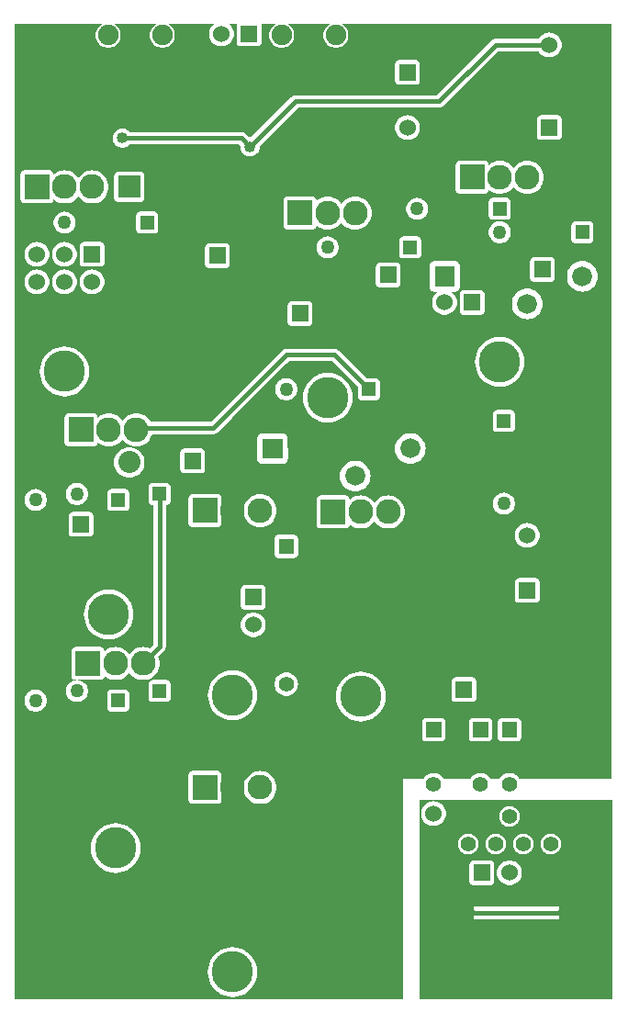
<source format=gbr>
G04 start of page 3 for group 1 idx 1 *
G04 Title: (unknown), bottom *
G04 Creator: pcb 1.99z *
G04 CreationDate: Thu 18 Dec 2014 06:06:48 AM GMT UTC *
G04 For: commonadmin *
G04 Format: Gerber/RS-274X *
G04 PCB-Dimensions (mil): 2350.00 3800.00 *
G04 PCB-Coordinate-Origin: lower left *
%MOIN*%
%FSLAX25Y25*%
%LNBOTTOM*%
%ADD67C,0.0280*%
%ADD66C,0.0630*%
%ADD65C,0.1280*%
%ADD64C,0.0354*%
%ADD63C,0.0512*%
%ADD62C,0.0380*%
%ADD61C,0.1300*%
%ADD60C,0.0300*%
%ADD59C,0.0200*%
%ADD58C,0.0250*%
%ADD57C,0.0400*%
%ADD56C,0.0827*%
%ADD55C,0.1476*%
%ADD54C,0.0551*%
%ADD53C,0.0550*%
%ADD52C,0.0800*%
%ADD51C,0.0750*%
%ADD50C,0.0720*%
%ADD49C,0.1500*%
%ADD48C,0.0600*%
%ADD47C,0.0500*%
%ADD46C,0.0900*%
%ADD45C,0.0150*%
%ADD44C,0.0001*%
G54D44*G36*
X87486Y91000D02*X95100D01*
X94768Y90863D01*
X93962Y90369D01*
X93244Y89756D01*
X92631Y89038D01*
X92137Y88232D01*
X91776Y87360D01*
X91556Y86442D01*
X91481Y85500D01*
X91556Y84558D01*
X91776Y83640D01*
X92137Y82768D01*
X92631Y81962D01*
X93244Y81244D01*
X93962Y80631D01*
X94768Y80137D01*
X95640Y79776D01*
X96558Y79556D01*
X97500Y79481D01*
X98442Y79556D01*
X99360Y79776D01*
X100232Y80137D01*
X101038Y80631D01*
X101756Y81244D01*
X102369Y81962D01*
X102863Y82768D01*
X103224Y83640D01*
X103444Y84558D01*
X103500Y85500D01*
X103444Y86442D01*
X103224Y87360D01*
X102863Y88232D01*
X102369Y89038D01*
X101756Y89756D01*
X101038Y90369D01*
X100232Y90863D01*
X99900Y91000D01*
X149500D01*
Y8500D01*
X87486D01*
Y9473D01*
X87500Y9472D01*
X88912Y9583D01*
X90290Y9914D01*
X91599Y10456D01*
X92806Y11196D01*
X93884Y12116D01*
X94804Y13194D01*
X95544Y14401D01*
X96086Y15710D01*
X96417Y17088D01*
X96500Y18500D01*
X96417Y19912D01*
X96086Y21290D01*
X95544Y22599D01*
X94804Y23806D01*
X93884Y24884D01*
X92806Y25804D01*
X91599Y26544D01*
X90290Y27086D01*
X88912Y27417D01*
X87500Y27528D01*
X87486Y27527D01*
Y91000D01*
G37*
G36*
X44986D02*X71881D01*
X71783Y90884D01*
X71659Y90683D01*
X71569Y90465D01*
X71514Y90235D01*
X71500Y90000D01*
X71514Y80765D01*
X71569Y80535D01*
X71659Y80317D01*
X71783Y80116D01*
X71936Y79936D01*
X72116Y79783D01*
X72317Y79659D01*
X72535Y79569D01*
X72765Y79514D01*
X73000Y79500D01*
X82235Y79514D01*
X82465Y79569D01*
X82683Y79659D01*
X82884Y79783D01*
X83064Y79936D01*
X83217Y80116D01*
X83341Y80317D01*
X83431Y80535D01*
X83486Y80765D01*
X83500Y81000D01*
X83486Y90235D01*
X83431Y90465D01*
X83341Y90683D01*
X83217Y90884D01*
X83119Y91000D01*
X87486D01*
Y27527D01*
X86088Y27417D01*
X84710Y27086D01*
X83401Y26544D01*
X82194Y25804D01*
X81116Y24884D01*
X80196Y23806D01*
X79456Y22599D01*
X78914Y21290D01*
X78583Y19912D01*
X78472Y18500D01*
X78583Y17088D01*
X78914Y15710D01*
X79456Y14401D01*
X80196Y13194D01*
X81116Y12116D01*
X82194Y11196D01*
X83401Y10456D01*
X84710Y9914D01*
X86088Y9583D01*
X87486Y9473D01*
Y8500D01*
X44986D01*
Y54473D01*
X45000Y54472D01*
X46412Y54583D01*
X47790Y54914D01*
X49099Y55456D01*
X50306Y56196D01*
X51384Y57116D01*
X52304Y58194D01*
X53044Y59401D01*
X53586Y60710D01*
X53917Y62088D01*
X54000Y63500D01*
X53917Y64912D01*
X53586Y66290D01*
X53044Y67599D01*
X52304Y68806D01*
X51384Y69884D01*
X50306Y70804D01*
X49099Y71544D01*
X47790Y72086D01*
X46412Y72417D01*
X45000Y72528D01*
X44986Y72527D01*
Y91000D01*
G37*
G36*
X8500Y8500D02*Y91000D01*
X44986D01*
Y72527D01*
X43588Y72417D01*
X42210Y72086D01*
X40901Y71544D01*
X39694Y70804D01*
X38616Y69884D01*
X37696Y68806D01*
X36956Y67599D01*
X36414Y66290D01*
X36083Y64912D01*
X35972Y63500D01*
X36083Y62088D01*
X36414Y60710D01*
X36956Y59401D01*
X37696Y58194D01*
X38616Y57116D01*
X39694Y56196D01*
X40901Y55456D01*
X42210Y54914D01*
X43588Y54583D01*
X44986Y54473D01*
Y8500D01*
X8500D01*
G37*
G36*
X214500Y362500D02*X225000D01*
Y88500D01*
X214500D01*
Y265414D01*
X215374Y265483D01*
X216226Y265688D01*
X217036Y266023D01*
X217783Y266481D01*
X218450Y267050D01*
X219019Y267717D01*
X219477Y268464D01*
X219812Y269274D01*
X220017Y270126D01*
X220068Y271000D01*
X220017Y271874D01*
X219812Y272726D01*
X219477Y273536D01*
X219019Y274283D01*
X218450Y274950D01*
X217783Y275519D01*
X217036Y275977D01*
X216226Y276312D01*
X215374Y276517D01*
X214500Y276586D01*
Y283007D01*
X217235Y283014D01*
X217465Y283069D01*
X217683Y283159D01*
X217884Y283283D01*
X218064Y283436D01*
X218217Y283616D01*
X218341Y283817D01*
X218431Y284035D01*
X218486Y284265D01*
X218500Y284500D01*
X218486Y289735D01*
X218431Y289965D01*
X218341Y290183D01*
X218217Y290384D01*
X218064Y290564D01*
X217884Y290717D01*
X217683Y290841D01*
X217465Y290931D01*
X217235Y290986D01*
X217000Y291000D01*
X214500Y290993D01*
Y362500D01*
G37*
G36*
X200000D02*X214500D01*
Y290993D01*
X211765Y290986D01*
X211535Y290931D01*
X211317Y290841D01*
X211116Y290717D01*
X210936Y290564D01*
X210783Y290384D01*
X210659Y290183D01*
X210569Y289965D01*
X210514Y289735D01*
X210500Y289500D01*
X210514Y284265D01*
X210569Y284035D01*
X210659Y283817D01*
X210783Y283616D01*
X210936Y283436D01*
X211116Y283283D01*
X211317Y283159D01*
X211535Y283069D01*
X211765Y283014D01*
X212000Y283000D01*
X214500Y283007D01*
Y276586D01*
X213626Y276517D01*
X212774Y276312D01*
X211964Y275977D01*
X211217Y275519D01*
X210550Y274950D01*
X209981Y274283D01*
X209523Y273536D01*
X209188Y272726D01*
X208983Y271874D01*
X208914Y271000D01*
X208983Y270126D01*
X209188Y269274D01*
X209523Y268464D01*
X209981Y267717D01*
X210550Y267050D01*
X211217Y266481D01*
X211964Y266023D01*
X212774Y265688D01*
X213626Y265483D01*
X214500Y265414D01*
Y88500D01*
X200000D01*
Y260056D01*
X200017Y260126D01*
X200068Y261000D01*
X200017Y261874D01*
X200000Y261944D01*
Y269007D01*
X203235Y269014D01*
X203465Y269069D01*
X203683Y269159D01*
X203884Y269283D01*
X204064Y269436D01*
X204217Y269616D01*
X204341Y269817D01*
X204431Y270035D01*
X204486Y270265D01*
X204500Y270500D01*
X204486Y276735D01*
X204431Y276965D01*
X204341Y277183D01*
X204217Y277384D01*
X204064Y277564D01*
X203884Y277717D01*
X203683Y277841D01*
X203465Y277931D01*
X203235Y277986D01*
X203000Y278000D01*
X200000Y277993D01*
Y304600D01*
X200224Y305140D01*
X200444Y306058D01*
X200500Y307000D01*
X200444Y307942D01*
X200224Y308860D01*
X200000Y309400D01*
Y320501D01*
X205735Y320514D01*
X205965Y320569D01*
X206183Y320659D01*
X206384Y320783D01*
X206564Y320936D01*
X206717Y321116D01*
X206841Y321317D01*
X206931Y321535D01*
X206986Y321765D01*
X207000Y322000D01*
X206986Y328235D01*
X206931Y328465D01*
X206841Y328683D01*
X206717Y328884D01*
X206564Y329064D01*
X206384Y329217D01*
X206183Y329341D01*
X205965Y329431D01*
X205735Y329486D01*
X205500Y329500D01*
X200000Y329488D01*
Y351254D01*
X200451Y350978D01*
X201105Y350707D01*
X201794Y350542D01*
X202500Y350486D01*
X203206Y350542D01*
X203895Y350707D01*
X204549Y350978D01*
X205153Y351348D01*
X205692Y351808D01*
X206152Y352347D01*
X206522Y352951D01*
X206793Y353605D01*
X206958Y354294D01*
X207000Y355000D01*
X206958Y355706D01*
X206793Y356395D01*
X206522Y357049D01*
X206152Y357653D01*
X205692Y358192D01*
X205153Y358652D01*
X204549Y359022D01*
X203895Y359293D01*
X203206Y359458D01*
X202500Y359514D01*
X201794Y359458D01*
X201105Y359293D01*
X200451Y359022D01*
X200000Y358746D01*
Y362500D01*
G37*
G36*
Y309400D02*X199863Y309732D01*
X199369Y310538D01*
X198756Y311256D01*
X198038Y311869D01*
X197232Y312363D01*
X196360Y312724D01*
X195442Y312944D01*
X194500Y313019D01*
X194491Y313018D01*
Y352750D01*
X198601D01*
X198848Y352347D01*
X199308Y351808D01*
X199847Y351348D01*
X200000Y351254D01*
Y329488D01*
X199265Y329486D01*
X199035Y329431D01*
X198817Y329341D01*
X198616Y329217D01*
X198436Y329064D01*
X198283Y328884D01*
X198159Y328683D01*
X198069Y328465D01*
X198014Y328235D01*
X198000Y328000D01*
X198014Y321765D01*
X198069Y321535D01*
X198159Y321317D01*
X198283Y321116D01*
X198436Y320936D01*
X198616Y320783D01*
X198817Y320659D01*
X199035Y320569D01*
X199265Y320514D01*
X199500Y320500D01*
X200000Y320501D01*
Y309400D01*
G37*
G36*
Y261944D02*X199812Y262726D01*
X199477Y263536D01*
X199019Y264283D01*
X198450Y264950D01*
X197783Y265519D01*
X197036Y265977D01*
X196226Y266312D01*
X195374Y266517D01*
X194500Y266586D01*
X194491Y266585D01*
Y300982D01*
X194500Y300981D01*
X195442Y301056D01*
X196360Y301276D01*
X197232Y301637D01*
X198038Y302131D01*
X198756Y302744D01*
X199369Y303462D01*
X199863Y304268D01*
X200000Y304600D01*
Y277993D01*
X196765Y277986D01*
X196535Y277931D01*
X196317Y277841D01*
X196116Y277717D01*
X195936Y277564D01*
X195783Y277384D01*
X195659Y277183D01*
X195569Y276965D01*
X195514Y276735D01*
X195500Y276500D01*
X195514Y270265D01*
X195569Y270035D01*
X195659Y269817D01*
X195783Y269616D01*
X195936Y269436D01*
X196116Y269283D01*
X196317Y269159D01*
X196535Y269069D01*
X196765Y269014D01*
X197000Y269000D01*
X200000Y269007D01*
Y261944D01*
G37*
G36*
Y88500D02*X194491D01*
Y152507D01*
X197735Y152514D01*
X197965Y152569D01*
X198183Y152659D01*
X198384Y152783D01*
X198564Y152936D01*
X198717Y153116D01*
X198841Y153317D01*
X198931Y153535D01*
X198986Y153765D01*
X199000Y154000D01*
X198986Y160235D01*
X198931Y160465D01*
X198841Y160683D01*
X198717Y160884D01*
X198564Y161064D01*
X198384Y161217D01*
X198183Y161341D01*
X197965Y161431D01*
X197735Y161486D01*
X197500Y161500D01*
X194491Y161493D01*
Y172487D01*
X194500Y172486D01*
X195206Y172542D01*
X195895Y172707D01*
X196549Y172978D01*
X197153Y173348D01*
X197692Y173808D01*
X198152Y174347D01*
X198522Y174951D01*
X198793Y175605D01*
X198958Y176294D01*
X199000Y177000D01*
X198958Y177706D01*
X198793Y178395D01*
X198522Y179049D01*
X198152Y179653D01*
X197692Y180192D01*
X197153Y180652D01*
X196549Y181022D01*
X195895Y181293D01*
X195206Y181458D01*
X194500Y181514D01*
X194491Y181513D01*
Y255415D01*
X194500Y255414D01*
X195374Y255483D01*
X196226Y255688D01*
X197036Y256023D01*
X197783Y256481D01*
X198450Y257050D01*
X199019Y257717D01*
X199477Y258464D01*
X199812Y259274D01*
X200000Y260056D01*
Y88500D01*
G37*
G36*
X194491Y362500D02*X200000D01*
Y358746D01*
X199847Y358652D01*
X199308Y358192D01*
X198848Y357653D01*
X198601Y357250D01*
X194491D01*
Y362500D01*
G37*
G36*
Y313018D02*X193558Y312944D01*
X192640Y312724D01*
X191768Y312363D01*
X190962Y311869D01*
X190244Y311256D01*
X189631Y310538D01*
X189500Y310324D01*
X189369Y310538D01*
X188756Y311256D01*
X188038Y311869D01*
X187232Y312363D01*
X186360Y312724D01*
X186000Y312810D01*
Y352750D01*
X194491D01*
Y313018D01*
G37*
G36*
Y88500D02*X191759D01*
X191449Y89006D01*
X191014Y89514D01*
X190506Y89949D01*
X189935Y90298D01*
X189317Y90554D01*
X188667Y90711D01*
X188000Y90763D01*
X187333Y90711D01*
X186683Y90554D01*
X186065Y90298D01*
X186000Y90259D01*
Y102252D01*
X190985Y102264D01*
X191215Y102319D01*
X191433Y102409D01*
X191634Y102533D01*
X191814Y102686D01*
X191967Y102866D01*
X192091Y103067D01*
X192181Y103285D01*
X192236Y103515D01*
X192250Y103750D01*
X192236Y109485D01*
X192181Y109715D01*
X192091Y109933D01*
X191967Y110134D01*
X191814Y110314D01*
X191634Y110467D01*
X191433Y110591D01*
X191215Y110681D01*
X190985Y110736D01*
X190750Y110750D01*
X186000Y110738D01*
Y184488D01*
X186628Y184537D01*
X187240Y184684D01*
X187822Y184925D01*
X188358Y185254D01*
X188837Y185663D01*
X189246Y186142D01*
X189575Y186678D01*
X189816Y187260D01*
X189963Y187872D01*
X190000Y188500D01*
X189963Y189128D01*
X189816Y189740D01*
X189575Y190322D01*
X189246Y190858D01*
X188837Y191337D01*
X188358Y191746D01*
X187822Y192075D01*
X187240Y192316D01*
X186628Y192463D01*
X186000Y192512D01*
Y214507D01*
X188735Y214514D01*
X188965Y214569D01*
X189183Y214659D01*
X189384Y214783D01*
X189564Y214936D01*
X189717Y215116D01*
X189841Y215317D01*
X189931Y215535D01*
X189986Y215765D01*
X190000Y216000D01*
X189986Y221235D01*
X189931Y221465D01*
X189841Y221683D01*
X189717Y221884D01*
X189564Y222064D01*
X189384Y222217D01*
X189183Y222341D01*
X188965Y222431D01*
X188735Y222486D01*
X188500Y222500D01*
X186000Y222493D01*
Y231104D01*
X187290Y231414D01*
X188599Y231956D01*
X189806Y232696D01*
X190884Y233616D01*
X191804Y234694D01*
X192544Y235901D01*
X193086Y237210D01*
X193417Y238588D01*
X193500Y240000D01*
X193417Y241412D01*
X193086Y242790D01*
X192544Y244099D01*
X191804Y245306D01*
X190884Y246384D01*
X189806Y247304D01*
X188599Y248044D01*
X187290Y248586D01*
X186000Y248896D01*
Y283292D01*
X186322Y283425D01*
X186858Y283754D01*
X187337Y284163D01*
X187746Y284642D01*
X188075Y285178D01*
X188316Y285760D01*
X188463Y286372D01*
X188500Y287000D01*
X188463Y287628D01*
X188316Y288240D01*
X188075Y288822D01*
X187746Y289358D01*
X187337Y289837D01*
X186858Y290246D01*
X186322Y290575D01*
X186000Y290708D01*
Y291511D01*
X187235Y291514D01*
X187465Y291569D01*
X187683Y291659D01*
X187884Y291783D01*
X188064Y291936D01*
X188217Y292116D01*
X188341Y292317D01*
X188431Y292535D01*
X188486Y292765D01*
X188500Y293000D01*
X188486Y298235D01*
X188431Y298465D01*
X188341Y298683D01*
X188217Y298884D01*
X188064Y299064D01*
X187884Y299217D01*
X187683Y299341D01*
X187465Y299431D01*
X187235Y299486D01*
X187000Y299500D01*
X186000Y299497D01*
Y301190D01*
X186360Y301276D01*
X187232Y301637D01*
X188038Y302131D01*
X188756Y302744D01*
X189369Y303462D01*
X189500Y303676D01*
X189631Y303462D01*
X190244Y302744D01*
X190962Y302131D01*
X191768Y301637D01*
X192640Y301276D01*
X193558Y301056D01*
X194491Y300982D01*
Y266585D01*
X193626Y266517D01*
X192774Y266312D01*
X191964Y265977D01*
X191217Y265519D01*
X190550Y264950D01*
X189981Y264283D01*
X189523Y263536D01*
X189188Y262726D01*
X188983Y261874D01*
X188914Y261000D01*
X188983Y260126D01*
X189188Y259274D01*
X189523Y258464D01*
X189981Y257717D01*
X190550Y257050D01*
X191217Y256481D01*
X191964Y256023D01*
X192774Y255688D01*
X193626Y255483D01*
X194491Y255415D01*
Y181513D01*
X193794Y181458D01*
X193105Y181293D01*
X192451Y181022D01*
X191847Y180652D01*
X191308Y180192D01*
X190848Y179653D01*
X190478Y179049D01*
X190207Y178395D01*
X190042Y177706D01*
X189986Y177000D01*
X190042Y176294D01*
X190207Y175605D01*
X190478Y174951D01*
X190848Y174347D01*
X191308Y173808D01*
X191847Y173348D01*
X192451Y172978D01*
X193105Y172707D01*
X193794Y172542D01*
X194491Y172487D01*
Y161493D01*
X191265Y161486D01*
X191035Y161431D01*
X190817Y161341D01*
X190616Y161217D01*
X190436Y161064D01*
X190283Y160884D01*
X190159Y160683D01*
X190069Y160465D01*
X190014Y160235D01*
X190000Y160000D01*
X190014Y153765D01*
X190069Y153535D01*
X190159Y153317D01*
X190283Y153116D01*
X190436Y152936D01*
X190616Y152783D01*
X190817Y152659D01*
X191035Y152569D01*
X191265Y152514D01*
X191500Y152500D01*
X194491Y152507D01*
Y88500D01*
G37*
G36*
X186000Y362500D02*X194491D01*
Y357250D01*
X186000D01*
Y362500D01*
G37*
G36*
X174500Y343318D02*X183932Y352750D01*
X186000D01*
Y312810D01*
X185442Y312944D01*
X184500Y313019D01*
X183558Y312944D01*
X182640Y312724D01*
X181768Y312363D01*
X180962Y311869D01*
X180487Y311463D01*
X180486Y311735D01*
X180431Y311965D01*
X180341Y312183D01*
X180217Y312384D01*
X180064Y312564D01*
X179884Y312717D01*
X179683Y312841D01*
X179465Y312931D01*
X179235Y312986D01*
X179000Y313000D01*
X174500Y312993D01*
Y343318D01*
G37*
G36*
X186000Y90259D02*X185494Y89949D01*
X184986Y89514D01*
X184551Y89006D01*
X184241Y88500D01*
X181259D01*
X180949Y89006D01*
X180514Y89514D01*
X180006Y89949D01*
X179435Y90298D01*
X178817Y90554D01*
X178167Y90711D01*
X177500Y90763D01*
X176833Y90711D01*
X176183Y90554D01*
X175565Y90298D01*
X174994Y89949D01*
X174500Y89527D01*
Y102267D01*
X174515Y102264D01*
X174750Y102250D01*
X180485Y102264D01*
X180715Y102319D01*
X180933Y102409D01*
X181134Y102533D01*
X181314Y102686D01*
X181467Y102866D01*
X181591Y103067D01*
X181681Y103285D01*
X181736Y103515D01*
X181750Y103750D01*
X181736Y109485D01*
X181681Y109715D01*
X181591Y109933D01*
X181467Y110134D01*
X181314Y110314D01*
X181134Y110467D01*
X180933Y110591D01*
X180715Y110681D01*
X180485Y110736D01*
X180250Y110750D01*
X174515Y110736D01*
X174500Y110733D01*
Y116513D01*
X174735Y116514D01*
X174965Y116569D01*
X175183Y116659D01*
X175384Y116783D01*
X175564Y116936D01*
X175717Y117116D01*
X175841Y117317D01*
X175931Y117535D01*
X175986Y117765D01*
X176000Y118000D01*
X175986Y124235D01*
X175931Y124465D01*
X175841Y124683D01*
X175717Y124884D01*
X175564Y125064D01*
X175384Y125217D01*
X175183Y125341D01*
X174965Y125431D01*
X174735Y125486D01*
X174500Y125500D01*
Y257007D01*
X177735Y257014D01*
X177965Y257069D01*
X178183Y257159D01*
X178384Y257283D01*
X178564Y257436D01*
X178717Y257616D01*
X178841Y257817D01*
X178931Y258035D01*
X178986Y258265D01*
X179000Y258500D01*
X178986Y264735D01*
X178931Y264965D01*
X178841Y265183D01*
X178717Y265384D01*
X178564Y265564D01*
X178384Y265717D01*
X178183Y265841D01*
X177965Y265931D01*
X177735Y265986D01*
X177500Y266000D01*
X174500Y265993D01*
Y301007D01*
X179235Y301014D01*
X179465Y301069D01*
X179683Y301159D01*
X179884Y301283D01*
X180064Y301436D01*
X180217Y301616D01*
X180341Y301817D01*
X180431Y302035D01*
X180486Y302265D01*
X180500Y302500D01*
X180500Y302526D01*
X180962Y302131D01*
X181768Y301637D01*
X182640Y301276D01*
X183558Y301056D01*
X184500Y300981D01*
X185442Y301056D01*
X186000Y301190D01*
Y299497D01*
X181765Y299486D01*
X181535Y299431D01*
X181317Y299341D01*
X181116Y299217D01*
X180936Y299064D01*
X180783Y298884D01*
X180659Y298683D01*
X180569Y298465D01*
X180514Y298235D01*
X180500Y298000D01*
X180514Y292765D01*
X180569Y292535D01*
X180659Y292317D01*
X180783Y292116D01*
X180936Y291936D01*
X181116Y291783D01*
X181317Y291659D01*
X181535Y291569D01*
X181765Y291514D01*
X182000Y291500D01*
X186000Y291511D01*
Y290708D01*
X185740Y290816D01*
X185128Y290963D01*
X184500Y291012D01*
X183872Y290963D01*
X183260Y290816D01*
X182678Y290575D01*
X182142Y290246D01*
X181663Y289837D01*
X181254Y289358D01*
X180925Y288822D01*
X180684Y288240D01*
X180537Y287628D01*
X180488Y287000D01*
X180537Y286372D01*
X180684Y285760D01*
X180925Y285178D01*
X181254Y284642D01*
X181663Y284163D01*
X182142Y283754D01*
X182678Y283425D01*
X183260Y283184D01*
X183872Y283037D01*
X184500Y282988D01*
X185128Y283037D01*
X185740Y283184D01*
X186000Y283292D01*
Y248896D01*
X185912Y248917D01*
X184500Y249028D01*
X183088Y248917D01*
X181710Y248586D01*
X180401Y248044D01*
X179194Y247304D01*
X178116Y246384D01*
X177196Y245306D01*
X176456Y244099D01*
X175914Y242790D01*
X175583Y241412D01*
X175472Y240000D01*
X175583Y238588D01*
X175914Y237210D01*
X176456Y235901D01*
X177196Y234694D01*
X178116Y233616D01*
X179194Y232696D01*
X180401Y231956D01*
X181710Y231414D01*
X183088Y231083D01*
X184500Y230972D01*
X185912Y231083D01*
X186000Y231104D01*
Y222493D01*
X183265Y222486D01*
X183035Y222431D01*
X182817Y222341D01*
X182616Y222217D01*
X182436Y222064D01*
X182283Y221884D01*
X182159Y221683D01*
X182069Y221465D01*
X182014Y221235D01*
X182000Y221000D01*
X182014Y215765D01*
X182069Y215535D01*
X182159Y215317D01*
X182283Y215116D01*
X182436Y214936D01*
X182616Y214783D01*
X182817Y214659D01*
X183035Y214569D01*
X183265Y214514D01*
X183500Y214500D01*
X186000Y214507D01*
Y192512D01*
X185372Y192463D01*
X184760Y192316D01*
X184178Y192075D01*
X183642Y191746D01*
X183163Y191337D01*
X182754Y190858D01*
X182425Y190322D01*
X182184Y189740D01*
X182037Y189128D01*
X181988Y188500D01*
X182037Y187872D01*
X182184Y187260D01*
X182425Y186678D01*
X182754Y186142D01*
X183163Y185663D01*
X183642Y185254D01*
X184178Y184925D01*
X184760Y184684D01*
X185372Y184537D01*
X186000Y184488D01*
Y110738D01*
X185015Y110736D01*
X184785Y110681D01*
X184567Y110591D01*
X184366Y110467D01*
X184186Y110314D01*
X184033Y110134D01*
X183909Y109933D01*
X183819Y109715D01*
X183764Y109485D01*
X183750Y109250D01*
X183764Y103515D01*
X183819Y103285D01*
X183909Y103067D01*
X184033Y102866D01*
X184186Y102686D01*
X184366Y102533D01*
X184567Y102409D01*
X184785Y102319D01*
X185015Y102264D01*
X185250Y102250D01*
X186000Y102252D01*
Y90259D01*
G37*
G36*
X174500Y89527D02*X174486Y89514D01*
X174051Y89006D01*
X173741Y88500D01*
X164500D01*
Y102919D01*
X164591Y103067D01*
X164681Y103285D01*
X164736Y103515D01*
X164750Y103750D01*
X164736Y109485D01*
X164681Y109715D01*
X164591Y109933D01*
X164500Y110081D01*
Y256986D01*
X165206Y257042D01*
X165895Y257207D01*
X166549Y257478D01*
X167153Y257848D01*
X167692Y258308D01*
X168152Y258847D01*
X168522Y259451D01*
X168793Y260105D01*
X168958Y260794D01*
X169000Y261500D01*
X168958Y262206D01*
X168793Y262895D01*
X168522Y263549D01*
X168152Y264153D01*
X167692Y264692D01*
X167153Y265152D01*
X166674Y265446D01*
X168409Y265450D01*
X168710Y265522D01*
X168996Y265641D01*
X169261Y265803D01*
X169496Y266004D01*
X169697Y266239D01*
X169859Y266504D01*
X169978Y266790D01*
X170050Y267091D01*
X170068Y267400D01*
X170050Y274909D01*
X169978Y275210D01*
X169859Y275496D01*
X169697Y275761D01*
X169496Y275996D01*
X169261Y276197D01*
X168996Y276359D01*
X168710Y276478D01*
X168409Y276550D01*
X168100Y276568D01*
X164500Y276560D01*
Y333318D01*
X174500Y343318D01*
Y312993D01*
X169765Y312986D01*
X169535Y312931D01*
X169317Y312841D01*
X169116Y312717D01*
X168936Y312564D01*
X168783Y312384D01*
X168659Y312183D01*
X168569Y311965D01*
X168514Y311735D01*
X168500Y311500D01*
X168514Y302265D01*
X168569Y302035D01*
X168659Y301817D01*
X168783Y301616D01*
X168936Y301436D01*
X169116Y301283D01*
X169317Y301159D01*
X169535Y301069D01*
X169765Y301014D01*
X170000Y301000D01*
X174500Y301007D01*
Y265993D01*
X171265Y265986D01*
X171035Y265931D01*
X170817Y265841D01*
X170616Y265717D01*
X170436Y265564D01*
X170283Y265384D01*
X170159Y265183D01*
X170069Y264965D01*
X170014Y264735D01*
X170000Y264500D01*
X170014Y258265D01*
X170069Y258035D01*
X170159Y257817D01*
X170283Y257616D01*
X170436Y257436D01*
X170616Y257283D01*
X170817Y257159D01*
X171035Y257069D01*
X171265Y257014D01*
X171500Y257000D01*
X174500Y257007D01*
Y125500D01*
X168265Y125486D01*
X168035Y125431D01*
X167817Y125341D01*
X167616Y125217D01*
X167436Y125064D01*
X167283Y124884D01*
X167159Y124683D01*
X167069Y124465D01*
X167014Y124235D01*
X167000Y124000D01*
X167014Y117765D01*
X167069Y117535D01*
X167159Y117317D01*
X167283Y117116D01*
X167436Y116936D01*
X167616Y116783D01*
X167817Y116659D01*
X168035Y116569D01*
X168265Y116514D01*
X168500Y116500D01*
X174500Y116513D01*
Y110733D01*
X174285Y110681D01*
X174067Y110591D01*
X173866Y110467D01*
X173686Y110314D01*
X173533Y110134D01*
X173409Y109933D01*
X173319Y109715D01*
X173264Y109485D01*
X173250Y109250D01*
X173264Y103515D01*
X173319Y103285D01*
X173409Y103067D01*
X173533Y102866D01*
X173686Y102686D01*
X173866Y102533D01*
X174067Y102409D01*
X174285Y102319D01*
X174500Y102267D01*
Y89527D01*
G37*
G36*
X164500Y88500D02*X164259D01*
X163949Y89006D01*
X163514Y89514D01*
X163006Y89949D01*
X162435Y90298D01*
X161817Y90554D01*
X161167Y90711D01*
X160500Y90763D01*
X159833Y90711D01*
X159183Y90554D01*
X158565Y90298D01*
X157994Y89949D01*
X157486Y89514D01*
X157051Y89006D01*
X156741Y88500D01*
X152000D01*
Y202914D01*
X152874Y202983D01*
X153726Y203188D01*
X154536Y203523D01*
X155283Y203981D01*
X155950Y204550D01*
X156519Y205217D01*
X156977Y205964D01*
X157312Y206774D01*
X157517Y207626D01*
X157568Y208500D01*
X157517Y209374D01*
X157312Y210226D01*
X156977Y211036D01*
X156519Y211783D01*
X155950Y212450D01*
X155283Y213019D01*
X154536Y213477D01*
X153726Y213812D01*
X152874Y214017D01*
X152000Y214086D01*
Y277507D01*
X154735Y277514D01*
X154965Y277569D01*
X155183Y277659D01*
X155384Y277783D01*
X155564Y277936D01*
X155717Y278116D01*
X155841Y278317D01*
X155931Y278535D01*
X155986Y278765D01*
X156000Y279000D01*
X155986Y284235D01*
X155931Y284465D01*
X155841Y284683D01*
X155717Y284884D01*
X155564Y285064D01*
X155384Y285217D01*
X155183Y285341D01*
X154965Y285431D01*
X154735Y285486D01*
X154500Y285500D01*
X152000Y285493D01*
Y292375D01*
X152142Y292254D01*
X152678Y291925D01*
X153260Y291684D01*
X153872Y291537D01*
X154500Y291488D01*
X155128Y291537D01*
X155740Y291684D01*
X156322Y291925D01*
X156858Y292254D01*
X157337Y292663D01*
X157746Y293142D01*
X158075Y293678D01*
X158316Y294260D01*
X158463Y294872D01*
X158500Y295500D01*
X158463Y296128D01*
X158316Y296740D01*
X158075Y297322D01*
X157746Y297858D01*
X157337Y298337D01*
X156858Y298746D01*
X156322Y299075D01*
X155740Y299316D01*
X155128Y299463D01*
X154500Y299512D01*
X153872Y299463D01*
X153260Y299316D01*
X152678Y299075D01*
X152142Y298746D01*
X152000Y298625D01*
Y320612D01*
X152395Y320707D01*
X153049Y320978D01*
X153653Y321348D01*
X154192Y321808D01*
X154652Y322347D01*
X155022Y322951D01*
X155293Y323605D01*
X155458Y324294D01*
X155500Y325000D01*
X155458Y325706D01*
X155293Y326395D01*
X155022Y327049D01*
X154652Y327653D01*
X154192Y328192D01*
X153653Y328652D01*
X153049Y329022D01*
X152395Y329293D01*
X152000Y329388D01*
Y332250D01*
X162412D01*
X162500Y332243D01*
X162853Y332271D01*
X162853Y332271D01*
X163197Y332354D01*
X163525Y332489D01*
X163827Y332674D01*
X164096Y332904D01*
X164153Y332971D01*
X164500Y333318D01*
Y276560D01*
X160591Y276550D01*
X160290Y276478D01*
X160004Y276359D01*
X159739Y276197D01*
X159504Y275996D01*
X159303Y275761D01*
X159141Y275496D01*
X159022Y275210D01*
X158950Y274909D01*
X158932Y274600D01*
X158950Y267091D01*
X159022Y266790D01*
X159141Y266504D01*
X159303Y266239D01*
X159504Y266004D01*
X159739Y265803D01*
X160004Y265641D01*
X160290Y265522D01*
X160591Y265450D01*
X160900Y265432D01*
X162309Y265435D01*
X161847Y265152D01*
X161308Y264692D01*
X160848Y264153D01*
X160478Y263549D01*
X160207Y262895D01*
X160042Y262206D01*
X159986Y261500D01*
X160042Y260794D01*
X160207Y260105D01*
X160478Y259451D01*
X160848Y258847D01*
X161308Y258308D01*
X161847Y257848D01*
X162451Y257478D01*
X163105Y257207D01*
X163794Y257042D01*
X164500Y256986D01*
Y110081D01*
X164467Y110134D01*
X164314Y110314D01*
X164134Y110467D01*
X163933Y110591D01*
X163715Y110681D01*
X163485Y110736D01*
X163250Y110750D01*
X157515Y110736D01*
X157285Y110681D01*
X157067Y110591D01*
X156866Y110467D01*
X156686Y110314D01*
X156533Y110134D01*
X156409Y109933D01*
X156319Y109715D01*
X156264Y109485D01*
X156250Y109250D01*
X156264Y103515D01*
X156319Y103285D01*
X156409Y103067D01*
X156533Y102866D01*
X156686Y102686D01*
X156866Y102533D01*
X157067Y102409D01*
X157285Y102319D01*
X157515Y102264D01*
X157750Y102250D01*
X163485Y102264D01*
X163715Y102319D01*
X163933Y102409D01*
X164134Y102533D01*
X164314Y102686D01*
X164467Y102866D01*
X164500Y102919D01*
Y88500D01*
G37*
G36*
X152000D02*X144000D01*
Y179481D01*
X144942Y179556D01*
X145860Y179776D01*
X146732Y180137D01*
X147538Y180631D01*
X148256Y181244D01*
X148869Y181962D01*
X149363Y182768D01*
X149724Y183640D01*
X149944Y184558D01*
X150000Y185500D01*
X149944Y186442D01*
X149724Y187360D01*
X149363Y188232D01*
X148869Y189038D01*
X148256Y189756D01*
X147538Y190369D01*
X146732Y190863D01*
X145860Y191224D01*
X144942Y191444D01*
X144000Y191519D01*
Y267007D01*
X147235Y267014D01*
X147465Y267069D01*
X147683Y267159D01*
X147884Y267283D01*
X148064Y267436D01*
X148217Y267616D01*
X148341Y267817D01*
X148431Y268035D01*
X148486Y268265D01*
X148500Y268500D01*
X148486Y274735D01*
X148431Y274965D01*
X148341Y275183D01*
X148217Y275384D01*
X148064Y275564D01*
X147884Y275717D01*
X147683Y275841D01*
X147465Y275931D01*
X147235Y275986D01*
X147000Y276000D01*
X144000Y275993D01*
Y332250D01*
X152000D01*
Y329388D01*
X151706Y329458D01*
X151000Y329514D01*
X150294Y329458D01*
X149605Y329293D01*
X148951Y329022D01*
X148347Y328652D01*
X147808Y328192D01*
X147348Y327653D01*
X146978Y327049D01*
X146707Y326395D01*
X146542Y325706D01*
X146486Y325000D01*
X146542Y324294D01*
X146707Y323605D01*
X146978Y322951D01*
X147348Y322347D01*
X147808Y321808D01*
X148347Y321348D01*
X148951Y320978D01*
X149605Y320707D01*
X150294Y320542D01*
X151000Y320486D01*
X151706Y320542D01*
X152000Y320612D01*
Y298625D01*
X151663Y298337D01*
X151254Y297858D01*
X150925Y297322D01*
X150684Y296740D01*
X150537Y296128D01*
X150488Y295500D01*
X150537Y294872D01*
X150684Y294260D01*
X150925Y293678D01*
X151254Y293142D01*
X151663Y292663D01*
X152000Y292375D01*
Y285493D01*
X149265Y285486D01*
X149035Y285431D01*
X148817Y285341D01*
X148616Y285217D01*
X148436Y285064D01*
X148283Y284884D01*
X148159Y284683D01*
X148069Y284465D01*
X148014Y284235D01*
X148000Y284000D01*
X148014Y278765D01*
X148069Y278535D01*
X148159Y278317D01*
X148283Y278116D01*
X148436Y277936D01*
X148616Y277783D01*
X148817Y277659D01*
X149035Y277569D01*
X149265Y277514D01*
X149500Y277500D01*
X152000Y277507D01*
Y214086D01*
X151126Y214017D01*
X150274Y213812D01*
X149464Y213477D01*
X148717Y213019D01*
X148050Y212450D01*
X147481Y211783D01*
X147023Y211036D01*
X146688Y210226D01*
X146483Y209374D01*
X146414Y208500D01*
X146483Y207626D01*
X146688Y206774D01*
X147023Y205964D01*
X147481Y205217D01*
X148050Y204550D01*
X148717Y203981D01*
X149464Y203523D01*
X150274Y203188D01*
X151126Y202983D01*
X152000Y202914D01*
Y88500D01*
G37*
G36*
X144000Y191519D02*X143058Y191444D01*
X142140Y191224D01*
X141268Y190863D01*
X140462Y190369D01*
X139744Y189756D01*
X139131Y189038D01*
X139000Y188824D01*
X138869Y189038D01*
X138256Y189756D01*
X137538Y190369D01*
X136732Y190863D01*
X135860Y191224D01*
X134942Y191444D01*
X134000Y191519D01*
X133058Y191444D01*
X132140Y191224D01*
X131991Y191162D01*
Y192915D01*
X132000Y192914D01*
X132874Y192983D01*
X133726Y193188D01*
X134536Y193523D01*
X135283Y193981D01*
X135950Y194550D01*
X136519Y195217D01*
X136977Y195964D01*
X137312Y196774D01*
X137517Y197626D01*
X137568Y198500D01*
X137517Y199374D01*
X137312Y200226D01*
X136977Y201036D01*
X136519Y201783D01*
X135950Y202450D01*
X135283Y203019D01*
X134536Y203477D01*
X133726Y203812D01*
X132874Y204017D01*
X132000Y204086D01*
X131991Y204085D01*
Y231827D01*
X133004Y230814D01*
X133014Y227265D01*
X133069Y227035D01*
X133159Y226817D01*
X133283Y226616D01*
X133436Y226436D01*
X133616Y226283D01*
X133817Y226159D01*
X134035Y226069D01*
X134265Y226014D01*
X134500Y226000D01*
X139735Y226014D01*
X139965Y226069D01*
X140183Y226159D01*
X140384Y226283D01*
X140564Y226436D01*
X140717Y226616D01*
X140841Y226817D01*
X140931Y227035D01*
X140986Y227265D01*
X141000Y227500D01*
X140986Y232735D01*
X140931Y232965D01*
X140841Y233183D01*
X140717Y233384D01*
X140564Y233564D01*
X140384Y233717D01*
X140183Y233841D01*
X139965Y233931D01*
X139735Y233986D01*
X139500Y234000D01*
X136191Y233991D01*
X131991Y238191D01*
Y287982D01*
X132000Y287981D01*
X132942Y288056D01*
X133860Y288276D01*
X134732Y288637D01*
X135538Y289131D01*
X136256Y289744D01*
X136869Y290462D01*
X137363Y291268D01*
X137724Y292140D01*
X137944Y293058D01*
X138000Y294000D01*
X137944Y294942D01*
X137724Y295860D01*
X137363Y296732D01*
X136869Y297538D01*
X136256Y298256D01*
X135538Y298869D01*
X134732Y299363D01*
X133860Y299724D01*
X132942Y299944D01*
X132000Y300019D01*
X131991Y300018D01*
Y332250D01*
X144000D01*
Y275993D01*
X140765Y275986D01*
X140535Y275931D01*
X140317Y275841D01*
X140116Y275717D01*
X139936Y275564D01*
X139783Y275384D01*
X139659Y275183D01*
X139569Y274965D01*
X139514Y274735D01*
X139500Y274500D01*
X139514Y268265D01*
X139569Y268035D01*
X139659Y267817D01*
X139783Y267616D01*
X139936Y267436D01*
X140116Y267283D01*
X140317Y267159D01*
X140535Y267069D01*
X140765Y267014D01*
X141000Y267000D01*
X144000Y267007D01*
Y191519D01*
G37*
G36*
X131991Y300018D02*X131058Y299944D01*
X130140Y299724D01*
X129268Y299363D01*
X128462Y298869D01*
X127744Y298256D01*
X127131Y297538D01*
X127000Y297324D01*
X126869Y297538D01*
X126256Y298256D01*
X125538Y298869D01*
X125495Y298895D01*
Y332250D01*
X131991D01*
Y300018D01*
G37*
G36*
Y238191D02*X126153Y244029D01*
X126096Y244096D01*
X125827Y244326D01*
X125525Y244511D01*
X125495Y244523D01*
Y279547D01*
X125575Y279678D01*
X125816Y280260D01*
X125963Y280872D01*
X126000Y281500D01*
X125963Y282128D01*
X125816Y282740D01*
X125575Y283322D01*
X125495Y283453D01*
Y289105D01*
X125538Y289131D01*
X126256Y289744D01*
X126869Y290462D01*
X127000Y290676D01*
X127131Y290462D01*
X127744Y289744D01*
X128462Y289131D01*
X129268Y288637D01*
X130140Y288276D01*
X131058Y288056D01*
X131991Y287982D01*
Y238191D01*
G37*
G36*
Y191162D02*X131268Y190863D01*
X130462Y190369D01*
X129987Y189963D01*
X129986Y190235D01*
X129931Y190465D01*
X129841Y190683D01*
X129717Y190884D01*
X129564Y191064D01*
X129384Y191217D01*
X129183Y191341D01*
X128965Y191431D01*
X128735Y191486D01*
X128500Y191500D01*
X125495Y191495D01*
Y218706D01*
X126099Y218956D01*
X127306Y219696D01*
X128384Y220616D01*
X129304Y221694D01*
X130044Y222901D01*
X130586Y224210D01*
X130917Y225588D01*
X131000Y227000D01*
X130917Y228412D01*
X130586Y229790D01*
X130044Y231099D01*
X129304Y232306D01*
X128384Y233384D01*
X127306Y234304D01*
X126099Y235044D01*
X125495Y235294D01*
Y238323D01*
X131991Y231827D01*
Y204085D01*
X131126Y204017D01*
X130274Y203812D01*
X129464Y203477D01*
X128717Y203019D01*
X128050Y202450D01*
X127481Y201783D01*
X127023Y201036D01*
X126688Y200226D01*
X126483Y199374D01*
X126414Y198500D01*
X126483Y197626D01*
X126688Y196774D01*
X127023Y195964D01*
X127481Y195217D01*
X128050Y194550D01*
X128717Y193981D01*
X129464Y193523D01*
X130274Y193188D01*
X131126Y192983D01*
X131991Y192915D01*
Y191162D01*
G37*
G36*
X144000Y88500D02*X125495D01*
Y115516D01*
X125956Y114401D01*
X126696Y113194D01*
X127616Y112116D01*
X128694Y111196D01*
X129901Y110456D01*
X131210Y109914D01*
X132588Y109583D01*
X134000Y109472D01*
X135412Y109583D01*
X136790Y109914D01*
X138099Y110456D01*
X139306Y111196D01*
X140384Y112116D01*
X141304Y113194D01*
X142044Y114401D01*
X142586Y115710D01*
X142917Y117088D01*
X143000Y118500D01*
X142917Y119912D01*
X142586Y121290D01*
X142044Y122599D01*
X141304Y123806D01*
X140384Y124884D01*
X139306Y125804D01*
X138099Y126544D01*
X136790Y127086D01*
X135412Y127417D01*
X134000Y127528D01*
X132588Y127417D01*
X131210Y127086D01*
X129901Y126544D01*
X128694Y125804D01*
X127616Y124884D01*
X126696Y123806D01*
X125956Y122599D01*
X125495Y121484D01*
Y179509D01*
X128735Y179514D01*
X128965Y179569D01*
X129183Y179659D01*
X129384Y179783D01*
X129564Y179936D01*
X129717Y180116D01*
X129841Y180317D01*
X129931Y180535D01*
X129986Y180765D01*
X130000Y181000D01*
X130000Y181026D01*
X130462Y180631D01*
X131268Y180137D01*
X132140Y179776D01*
X133058Y179556D01*
X134000Y179481D01*
X134942Y179556D01*
X135860Y179776D01*
X136732Y180137D01*
X137538Y180631D01*
X138256Y181244D01*
X138869Y181962D01*
X139000Y182176D01*
X139131Y181962D01*
X139744Y181244D01*
X140462Y180631D01*
X141268Y180137D01*
X142140Y179776D01*
X143058Y179556D01*
X144000Y179481D01*
Y88500D01*
G37*
G36*
X151000Y362500D02*X186000D01*
Y357250D01*
X183088D01*
X183000Y357257D01*
X182647Y357229D01*
X182303Y357146D01*
X181975Y357011D01*
X181673Y356826D01*
X181673Y356826D01*
X181404Y356596D01*
X181347Y356529D01*
X161568Y336750D01*
X151000D01*
Y340507D01*
X154235Y340514D01*
X154465Y340569D01*
X154683Y340659D01*
X154884Y340783D01*
X155064Y340936D01*
X155217Y341116D01*
X155341Y341317D01*
X155431Y341535D01*
X155486Y341765D01*
X155500Y342000D01*
X155486Y348235D01*
X155431Y348465D01*
X155341Y348683D01*
X155217Y348884D01*
X155064Y349064D01*
X154884Y349217D01*
X154683Y349341D01*
X154465Y349431D01*
X154235Y349486D01*
X154000Y349500D01*
X151000Y349493D01*
Y362500D01*
G37*
G36*
X125495Y353976D02*X125706Y353992D01*
X126402Y354159D01*
X127064Y354433D01*
X127675Y354808D01*
X128219Y355273D01*
X128685Y355817D01*
X129059Y356428D01*
X129333Y357090D01*
X129500Y357786D01*
X129542Y358500D01*
X129500Y359214D01*
X129333Y359910D01*
X129059Y360572D01*
X128685Y361183D01*
X128219Y361727D01*
X127675Y362192D01*
X127173Y362500D01*
X151000D01*
Y349493D01*
X147765Y349486D01*
X147535Y349431D01*
X147317Y349341D01*
X147116Y349217D01*
X146936Y349064D01*
X146783Y348884D01*
X146659Y348683D01*
X146569Y348465D01*
X146514Y348235D01*
X146500Y348000D01*
X146514Y341765D01*
X146569Y341535D01*
X146659Y341317D01*
X146783Y341116D01*
X146936Y340936D01*
X147116Y340783D01*
X147317Y340659D01*
X147535Y340569D01*
X147765Y340514D01*
X148000Y340500D01*
X151000Y340507D01*
Y336750D01*
X125495D01*
Y353976D01*
G37*
G36*
X106994Y239312D02*X107932Y240250D01*
X123568D01*
X125495Y238323D01*
Y235294D01*
X124790Y235586D01*
X123412Y235917D01*
X122000Y236028D01*
X120588Y235917D01*
X119210Y235586D01*
X117901Y235044D01*
X116694Y234304D01*
X115616Y233384D01*
X114696Y232306D01*
X113956Y231099D01*
X113414Y229790D01*
X113083Y228412D01*
X112972Y227000D01*
X113083Y225588D01*
X113414Y224210D01*
X113956Y222901D01*
X114696Y221694D01*
X115616Y220616D01*
X116694Y219696D01*
X117901Y218956D01*
X119210Y218414D01*
X120588Y218083D01*
X122000Y217972D01*
X123412Y218083D01*
X124790Y218414D01*
X125495Y218706D01*
Y191495D01*
X119265Y191486D01*
X119035Y191431D01*
X118817Y191341D01*
X118616Y191217D01*
X118436Y191064D01*
X118283Y190884D01*
X118159Y190683D01*
X118069Y190465D01*
X118014Y190235D01*
X118000Y190000D01*
X118014Y180765D01*
X118069Y180535D01*
X118159Y180317D01*
X118283Y180116D01*
X118436Y179936D01*
X118616Y179783D01*
X118817Y179659D01*
X119035Y179569D01*
X119265Y179514D01*
X119500Y179500D01*
X125495Y179509D01*
Y121484D01*
X125414Y121290D01*
X125083Y119912D01*
X124972Y118500D01*
X125083Y117088D01*
X125414Y115710D01*
X125495Y115516D01*
Y88500D01*
X106994D01*
Y118737D01*
X107000Y118737D01*
X107667Y118789D01*
X108317Y118946D01*
X108935Y119202D01*
X109506Y119551D01*
X110014Y119986D01*
X110449Y120494D01*
X110798Y121065D01*
X111054Y121683D01*
X111211Y122333D01*
X111250Y123000D01*
X111211Y123667D01*
X111054Y124317D01*
X110798Y124935D01*
X110449Y125506D01*
X110014Y126014D01*
X109506Y126449D01*
X108935Y126798D01*
X108317Y127054D01*
X107667Y127211D01*
X107000Y127263D01*
X106994Y127263D01*
Y168757D01*
X109985Y168764D01*
X110215Y168819D01*
X110433Y168909D01*
X110634Y169033D01*
X110814Y169186D01*
X110967Y169366D01*
X111091Y169567D01*
X111181Y169785D01*
X111236Y170015D01*
X111250Y170250D01*
X111236Y175985D01*
X111181Y176215D01*
X111091Y176433D01*
X110967Y176634D01*
X110814Y176814D01*
X110634Y176967D01*
X110433Y177091D01*
X110215Y177181D01*
X109985Y177236D01*
X109750Y177250D01*
X106994Y177243D01*
Y203502D01*
X106996Y203504D01*
X107197Y203739D01*
X107359Y204004D01*
X107478Y204290D01*
X107550Y204591D01*
X107568Y204900D01*
X107550Y212409D01*
X107478Y212710D01*
X107359Y212996D01*
X107197Y213261D01*
X106996Y213496D01*
X106994Y213498D01*
Y225988D01*
X107000Y225988D01*
X107628Y226037D01*
X108240Y226184D01*
X108822Y226425D01*
X109358Y226754D01*
X109837Y227163D01*
X110246Y227642D01*
X110575Y228178D01*
X110816Y228760D01*
X110963Y229372D01*
X111000Y230000D01*
X110963Y230628D01*
X110816Y231240D01*
X110575Y231822D01*
X110246Y232358D01*
X109837Y232837D01*
X109358Y233246D01*
X108822Y233575D01*
X108240Y233816D01*
X107628Y233963D01*
X107000Y234012D01*
X106994Y234012D01*
Y239312D01*
G37*
G36*
X97491Y203148D02*X97504Y203141D01*
X97790Y203022D01*
X98091Y202950D01*
X98400Y202932D01*
X105909Y202950D01*
X106210Y203022D01*
X106496Y203141D01*
X106761Y203303D01*
X106994Y203502D01*
Y177243D01*
X104015Y177236D01*
X103785Y177181D01*
X103567Y177091D01*
X103366Y176967D01*
X103186Y176814D01*
X103033Y176634D01*
X102909Y176433D01*
X102819Y176215D01*
X102764Y175985D01*
X102750Y175750D01*
X102764Y170015D01*
X102819Y169785D01*
X102909Y169567D01*
X103033Y169366D01*
X103186Y169186D01*
X103366Y169033D01*
X103567Y168909D01*
X103785Y168819D01*
X104015Y168764D01*
X104250Y168750D01*
X106994Y168757D01*
Y127263D01*
X106333Y127211D01*
X105683Y127054D01*
X105065Y126798D01*
X104494Y126449D01*
X103986Y126014D01*
X103551Y125506D01*
X103202Y124935D01*
X102946Y124317D01*
X102789Y123667D01*
X102737Y123000D01*
X102789Y122333D01*
X102946Y121683D01*
X103202Y121065D01*
X103551Y120494D01*
X103986Y119986D01*
X104494Y119551D01*
X105065Y119202D01*
X105683Y118946D01*
X106333Y118789D01*
X106994Y118737D01*
Y88500D01*
X102699D01*
X102369Y89038D01*
X101756Y89756D01*
X101038Y90369D01*
X100232Y90863D01*
X99360Y91224D01*
X98442Y91444D01*
X97500Y91519D01*
X97491Y91518D01*
Y140749D01*
X97653Y140848D01*
X98192Y141308D01*
X98652Y141847D01*
X99022Y142451D01*
X99293Y143105D01*
X99458Y143794D01*
X99500Y144500D01*
X99458Y145206D01*
X99293Y145895D01*
X99022Y146549D01*
X98652Y147153D01*
X98192Y147692D01*
X97653Y148152D01*
X97491Y148251D01*
Y150012D01*
X98235Y150014D01*
X98465Y150069D01*
X98683Y150159D01*
X98884Y150283D01*
X99064Y150436D01*
X99217Y150616D01*
X99341Y150817D01*
X99431Y151035D01*
X99486Y151265D01*
X99500Y151500D01*
X99486Y157735D01*
X99431Y157965D01*
X99341Y158183D01*
X99217Y158384D01*
X99064Y158564D01*
X98884Y158717D01*
X98683Y158841D01*
X98465Y158931D01*
X98235Y158986D01*
X98000Y159000D01*
X97491Y158999D01*
Y179982D01*
X97500Y179981D01*
X98442Y180056D01*
X99360Y180276D01*
X100232Y180637D01*
X101038Y181131D01*
X101756Y181744D01*
X102369Y182462D01*
X102863Y183268D01*
X103224Y184140D01*
X103444Y185058D01*
X103500Y186000D01*
X103444Y186942D01*
X103224Y187860D01*
X102863Y188732D01*
X102369Y189538D01*
X101756Y190256D01*
X101038Y190869D01*
X100232Y191363D01*
X99360Y191724D01*
X98442Y191944D01*
X97500Y192019D01*
X97491Y192018D01*
Y203148D01*
G37*
G36*
Y229809D02*X106994Y239312D01*
Y234012D01*
X106372Y233963D01*
X105760Y233816D01*
X105178Y233575D01*
X104642Y233246D01*
X104163Y232837D01*
X103754Y232358D01*
X103425Y231822D01*
X103184Y231240D01*
X103037Y230628D01*
X102988Y230000D01*
X103037Y229372D01*
X103184Y228760D01*
X103425Y228178D01*
X103754Y227642D01*
X104163Y227163D01*
X104642Y226754D01*
X105178Y226425D01*
X105760Y226184D01*
X106372Y226037D01*
X106994Y225988D01*
Y213498D01*
X106761Y213697D01*
X106496Y213859D01*
X106210Y213978D01*
X105909Y214050D01*
X105600Y214068D01*
X98091Y214050D01*
X97790Y213978D01*
X97504Y213859D01*
X97491Y213852D01*
Y229809D01*
G37*
G36*
X87486Y219804D02*X97491Y229809D01*
Y213852D01*
X97239Y213697D01*
X97004Y213496D01*
X96803Y213261D01*
X96641Y212996D01*
X96522Y212710D01*
X96450Y212409D01*
X96432Y212100D01*
X96450Y204591D01*
X96522Y204290D01*
X96641Y204004D01*
X96803Y203739D01*
X97004Y203504D01*
X97239Y203303D01*
X97491Y203148D01*
Y192018D01*
X96558Y191944D01*
X95640Y191724D01*
X94768Y191363D01*
X93962Y190869D01*
X93244Y190256D01*
X92631Y189538D01*
X92137Y188732D01*
X91776Y187860D01*
X91556Y186942D01*
X91481Y186000D01*
X91556Y185058D01*
X91776Y184140D01*
X92137Y183268D01*
X92631Y182462D01*
X93244Y181744D01*
X93962Y181131D01*
X94768Y180637D01*
X95640Y180276D01*
X96558Y180056D01*
X97491Y179982D01*
Y158999D01*
X91765Y158986D01*
X91535Y158931D01*
X91317Y158841D01*
X91116Y158717D01*
X90936Y158564D01*
X90783Y158384D01*
X90659Y158183D01*
X90569Y157965D01*
X90514Y157735D01*
X90500Y157500D01*
X90514Y151265D01*
X90569Y151035D01*
X90659Y150817D01*
X90783Y150616D01*
X90936Y150436D01*
X91116Y150283D01*
X91317Y150159D01*
X91535Y150069D01*
X91765Y150014D01*
X92000Y150000D01*
X97491Y150012D01*
Y148251D01*
X97049Y148522D01*
X96395Y148793D01*
X95706Y148958D01*
X95000Y149014D01*
X94294Y148958D01*
X93605Y148793D01*
X92951Y148522D01*
X92347Y148152D01*
X91808Y147692D01*
X91348Y147153D01*
X90978Y146549D01*
X90707Y145895D01*
X90542Y145206D01*
X90486Y144500D01*
X90542Y143794D01*
X90707Y143105D01*
X90978Y142451D01*
X91348Y141847D01*
X91808Y141308D01*
X92347Y140848D01*
X92951Y140478D01*
X93605Y140207D01*
X94294Y140042D01*
X95000Y139986D01*
X95706Y140042D01*
X96395Y140207D01*
X97049Y140478D01*
X97491Y140749D01*
Y91518D01*
X96558Y91444D01*
X95640Y91224D01*
X94768Y90863D01*
X93962Y90369D01*
X93244Y89756D01*
X92631Y89038D01*
X92301Y88500D01*
X87486D01*
Y109973D01*
X87500Y109972D01*
X88912Y110083D01*
X90290Y110414D01*
X91599Y110956D01*
X92806Y111696D01*
X93884Y112616D01*
X94804Y113694D01*
X95544Y114901D01*
X96086Y116210D01*
X96417Y117588D01*
X96500Y119000D01*
X96417Y120412D01*
X96086Y121790D01*
X95544Y123099D01*
X94804Y124306D01*
X93884Y125384D01*
X92806Y126304D01*
X91599Y127044D01*
X90290Y127586D01*
X88912Y127917D01*
X87500Y128028D01*
X87486Y128027D01*
Y219804D01*
G37*
G36*
X77500Y213750D02*X80412D01*
X80500Y213743D01*
X80853Y213771D01*
X80853Y213771D01*
X81197Y213854D01*
X81525Y213989D01*
X81827Y214174D01*
X82096Y214404D01*
X82153Y214471D01*
X87486Y219804D01*
Y128027D01*
X86088Y127917D01*
X84710Y127586D01*
X83401Y127044D01*
X82194Y126304D01*
X81116Y125384D01*
X80196Y124306D01*
X79456Y123099D01*
X78914Y121790D01*
X78583Y120412D01*
X78472Y119000D01*
X78583Y117588D01*
X78914Y116210D01*
X79456Y114901D01*
X80196Y113694D01*
X81116Y112616D01*
X82194Y111696D01*
X83401Y110956D01*
X84710Y110414D01*
X86088Y110083D01*
X87486Y109973D01*
Y88500D01*
X83489D01*
X83486Y90235D01*
X83431Y90465D01*
X83341Y90683D01*
X83217Y90884D01*
X83064Y91064D01*
X82884Y91217D01*
X82683Y91341D01*
X82465Y91431D01*
X82235Y91486D01*
X82000Y91500D01*
X77500Y91493D01*
Y180007D01*
X82235Y180014D01*
X82465Y180069D01*
X82683Y180159D01*
X82884Y180283D01*
X83064Y180436D01*
X83217Y180616D01*
X83341Y180817D01*
X83431Y181035D01*
X83486Y181265D01*
X83500Y181500D01*
X83486Y190735D01*
X83431Y190965D01*
X83341Y191183D01*
X83217Y191384D01*
X83064Y191564D01*
X82884Y191717D01*
X82683Y191841D01*
X82465Y191931D01*
X82235Y191986D01*
X82000Y192000D01*
X77500Y191993D01*
Y213750D01*
G37*
G36*
X61000D02*X77500D01*
Y201000D01*
X77486Y207235D01*
X77431Y207465D01*
X77341Y207683D01*
X77217Y207884D01*
X77064Y208064D01*
X76884Y208217D01*
X76683Y208341D01*
X76465Y208431D01*
X76235Y208486D01*
X76000Y208500D01*
X69765Y208486D01*
X69535Y208431D01*
X69317Y208341D01*
X69116Y208217D01*
X68936Y208064D01*
X68783Y207884D01*
X68659Y207683D01*
X68569Y207465D01*
X68514Y207235D01*
X68500Y207000D01*
X68514Y200765D01*
X68569Y200535D01*
X68659Y200317D01*
X68783Y200116D01*
X68936Y199936D01*
X69116Y199783D01*
X69317Y199659D01*
X69535Y199569D01*
X69765Y199514D01*
X70000Y199500D01*
X76235Y199514D01*
X76465Y199569D01*
X76683Y199659D01*
X76884Y199783D01*
X77064Y199936D01*
X77217Y200116D01*
X77341Y200317D01*
X77431Y200535D01*
X77486Y200765D01*
X77500Y201000D01*
Y191993D01*
X72765Y191986D01*
X72535Y191931D01*
X72317Y191841D01*
X72116Y191717D01*
X71936Y191564D01*
X71783Y191384D01*
X71659Y191183D01*
X71569Y190965D01*
X71514Y190735D01*
X71500Y190500D01*
X71514Y181265D01*
X71569Y181035D01*
X71659Y180817D01*
X71783Y180616D01*
X71936Y180436D01*
X72116Y180283D01*
X72317Y180159D01*
X72535Y180069D01*
X72765Y180014D01*
X73000Y180000D01*
X77500Y180007D01*
Y91493D01*
X72765Y91486D01*
X72535Y91431D01*
X72317Y91341D01*
X72116Y91217D01*
X71936Y91064D01*
X71783Y90884D01*
X71659Y90683D01*
X71569Y90465D01*
X71514Y90235D01*
X71500Y90000D01*
X71502Y88500D01*
X61000D01*
Y116507D01*
X63735Y116514D01*
X63965Y116569D01*
X64183Y116659D01*
X64384Y116783D01*
X64564Y116936D01*
X64717Y117116D01*
X64841Y117317D01*
X64931Y117535D01*
X64986Y117765D01*
X65000Y118000D01*
X64986Y123235D01*
X64931Y123465D01*
X64841Y123683D01*
X64717Y123884D01*
X64564Y124064D01*
X64384Y124217D01*
X64183Y124341D01*
X63965Y124431D01*
X63735Y124486D01*
X63500Y124500D01*
X61000Y124493D01*
Y133318D01*
X62529Y134847D01*
X62596Y134904D01*
X62826Y135173D01*
X62826Y135173D01*
X63011Y135475D01*
X63146Y135803D01*
X63229Y136147D01*
X63257Y136500D01*
X63250Y136588D01*
Y188013D01*
X63735Y188014D01*
X63965Y188069D01*
X64183Y188159D01*
X64384Y188283D01*
X64564Y188436D01*
X64717Y188616D01*
X64841Y188817D01*
X64931Y189035D01*
X64986Y189265D01*
X65000Y189500D01*
X64986Y194735D01*
X64931Y194965D01*
X64841Y195183D01*
X64717Y195384D01*
X64564Y195564D01*
X64384Y195717D01*
X64183Y195841D01*
X63965Y195931D01*
X63735Y195986D01*
X63500Y196000D01*
X61000Y195993D01*
Y213750D01*
G37*
G36*
Y130500D02*X60944Y131442D01*
X60724Y132360D01*
X60524Y132842D01*
X61000Y133318D01*
Y130500D01*
G37*
G36*
Y88500D02*X45994D01*
Y113007D01*
X48735Y113014D01*
X48965Y113069D01*
X49183Y113159D01*
X49384Y113283D01*
X49564Y113436D01*
X49717Y113616D01*
X49841Y113817D01*
X49931Y114035D01*
X49986Y114265D01*
X50000Y114500D01*
X49986Y119735D01*
X49931Y119965D01*
X49841Y120183D01*
X49717Y120384D01*
X49564Y120564D01*
X49384Y120717D01*
X49183Y120841D01*
X48965Y120931D01*
X48735Y120986D01*
X48500Y121000D01*
X45994Y120993D01*
Y124568D01*
X46860Y124776D01*
X47732Y125137D01*
X48538Y125631D01*
X49256Y126244D01*
X49869Y126962D01*
X50000Y127176D01*
X50131Y126962D01*
X50744Y126244D01*
X51462Y125631D01*
X52268Y125137D01*
X53140Y124776D01*
X54058Y124556D01*
X55000Y124481D01*
X55942Y124556D01*
X56860Y124776D01*
X57732Y125137D01*
X58538Y125631D01*
X59256Y126244D01*
X59869Y126962D01*
X60363Y127768D01*
X60724Y128640D01*
X60944Y129558D01*
X61000Y130500D01*
Y124493D01*
X58265Y124486D01*
X58035Y124431D01*
X57817Y124341D01*
X57616Y124217D01*
X57436Y124064D01*
X57283Y123884D01*
X57159Y123683D01*
X57069Y123465D01*
X57014Y123235D01*
X57000Y123000D01*
X57014Y117765D01*
X57069Y117535D01*
X57159Y117317D01*
X57283Y117116D01*
X57436Y116936D01*
X57616Y116783D01*
X57817Y116659D01*
X58035Y116569D01*
X58265Y116514D01*
X58500Y116500D01*
X61000Y116507D01*
Y88500D01*
G37*
G36*
X45994Y210426D02*X46065Y210470D01*
X46783Y211083D01*
X47397Y211801D01*
X47528Y212015D01*
X47658Y211801D01*
X48272Y211083D01*
X48990Y210470D01*
X49795Y209976D01*
X50668Y209615D01*
X51586Y209394D01*
X52528Y209320D01*
X53469Y209394D01*
X54387Y209615D01*
X55260Y209976D01*
X56065Y210470D01*
X56783Y211083D01*
X57397Y211801D01*
X57890Y212606D01*
X58251Y213479D01*
X58317Y213750D01*
X61000D01*
Y195993D01*
X58265Y195986D01*
X58035Y195931D01*
X57817Y195841D01*
X57616Y195717D01*
X57436Y195564D01*
X57283Y195384D01*
X57159Y195183D01*
X57069Y194965D01*
X57014Y194735D01*
X57000Y194500D01*
X57014Y189265D01*
X57069Y189035D01*
X57159Y188817D01*
X57283Y188616D01*
X57436Y188436D01*
X57616Y188283D01*
X57817Y188159D01*
X58035Y188069D01*
X58265Y188014D01*
X58500Y188000D01*
X58750Y188001D01*
Y137432D01*
X57342Y136024D01*
X56860Y136224D01*
X55942Y136444D01*
X55000Y136519D01*
X54058Y136444D01*
X53140Y136224D01*
X52268Y135863D01*
X51462Y135369D01*
X50744Y134756D01*
X50131Y134038D01*
X50000Y133824D01*
X49869Y134038D01*
X49256Y134756D01*
X48538Y135369D01*
X47732Y135863D01*
X46860Y136224D01*
X45994Y136432D01*
Y140033D01*
X46626Y140295D01*
X47834Y141035D01*
X48911Y141955D01*
X49831Y143032D01*
X50571Y144240D01*
X51113Y145549D01*
X51444Y146926D01*
X51528Y148339D01*
X51444Y149751D01*
X51113Y151128D01*
X50571Y152437D01*
X49831Y153645D01*
X48911Y154722D01*
X47834Y155642D01*
X46626Y156382D01*
X45994Y156644D01*
Y185845D01*
X48763Y185852D01*
X48993Y185908D01*
X49211Y185998D01*
X49412Y186121D01*
X49591Y186275D01*
X49745Y186454D01*
X49868Y186655D01*
X49959Y186874D01*
X50014Y187103D01*
X50028Y187339D01*
X50014Y192574D01*
X49959Y192804D01*
X49868Y193022D01*
X49745Y193223D01*
X49591Y193403D01*
X49412Y193556D01*
X49211Y193679D01*
X48993Y193770D01*
X48763Y193825D01*
X48528Y193839D01*
X45994Y193832D01*
Y199722D01*
X46099Y199599D01*
X46757Y199037D01*
X47495Y198584D01*
X48295Y198253D01*
X49137Y198051D01*
X50000Y197983D01*
X50863Y198051D01*
X51705Y198253D01*
X52505Y198584D01*
X53243Y199037D01*
X53901Y199599D01*
X54463Y200257D01*
X54916Y200995D01*
X55247Y201795D01*
X55449Y202637D01*
X55500Y203500D01*
X55449Y204363D01*
X55247Y205205D01*
X54916Y206005D01*
X54463Y206743D01*
X53901Y207401D01*
X53243Y207963D01*
X52505Y208416D01*
X51705Y208747D01*
X50863Y208949D01*
X50000Y209017D01*
X49137Y208949D01*
X48295Y208747D01*
X47495Y208416D01*
X46757Y207963D01*
X46099Y207401D01*
X45994Y207278D01*
Y210426D01*
G37*
G36*
X112000Y288007D02*X116735Y288014D01*
X116965Y288069D01*
X117183Y288159D01*
X117384Y288283D01*
X117564Y288436D01*
X117717Y288616D01*
X117841Y288817D01*
X117931Y289035D01*
X117986Y289265D01*
X118000Y289500D01*
X118000Y289526D01*
X118462Y289131D01*
X119268Y288637D01*
X120140Y288276D01*
X121058Y288056D01*
X122000Y287981D01*
X122942Y288056D01*
X123860Y288276D01*
X124732Y288637D01*
X125495Y289105D01*
Y283453D01*
X125246Y283858D01*
X124837Y284337D01*
X124358Y284746D01*
X123822Y285075D01*
X123240Y285316D01*
X122628Y285463D01*
X122000Y285512D01*
X121372Y285463D01*
X120760Y285316D01*
X120178Y285075D01*
X119642Y284746D01*
X119163Y284337D01*
X118754Y283858D01*
X118425Y283322D01*
X118184Y282740D01*
X118037Y282128D01*
X117988Y281500D01*
X118037Y280872D01*
X118184Y280260D01*
X118425Y279678D01*
X118754Y279142D01*
X119163Y278663D01*
X119642Y278254D01*
X120178Y277925D01*
X120760Y277684D01*
X121372Y277537D01*
X122000Y277488D01*
X122628Y277537D01*
X123240Y277684D01*
X123822Y277925D01*
X124358Y278254D01*
X124837Y278663D01*
X125246Y279142D01*
X125495Y279547D01*
Y244523D01*
X125197Y244646D01*
X124853Y244729D01*
X124853Y244729D01*
X124500Y244757D01*
X124412Y244750D01*
X112000D01*
Y253007D01*
X115235Y253014D01*
X115465Y253069D01*
X115683Y253159D01*
X115884Y253283D01*
X116064Y253436D01*
X116217Y253616D01*
X116341Y253817D01*
X116431Y254035D01*
X116486Y254265D01*
X116500Y254500D01*
X116486Y260735D01*
X116431Y260965D01*
X116341Y261183D01*
X116217Y261384D01*
X116064Y261564D01*
X115884Y261717D01*
X115683Y261841D01*
X115465Y261931D01*
X115235Y261986D01*
X115000Y262000D01*
X112000Y261993D01*
Y288007D01*
G37*
G36*
Y332250D02*X125495D01*
Y298895D01*
X124732Y299363D01*
X123860Y299724D01*
X122942Y299944D01*
X122000Y300019D01*
X121058Y299944D01*
X120140Y299724D01*
X119268Y299363D01*
X118462Y298869D01*
X117987Y298463D01*
X117986Y298735D01*
X117931Y298965D01*
X117841Y299183D01*
X117717Y299384D01*
X117564Y299564D01*
X117384Y299717D01*
X117183Y299841D01*
X116965Y299931D01*
X116735Y299986D01*
X116500Y300000D01*
X112000Y299993D01*
Y332250D01*
G37*
G36*
X82000Y318950D02*X89668D01*
X90313Y318305D01*
X90289Y318000D01*
X90332Y317451D01*
X90461Y316915D01*
X90672Y316406D01*
X90960Y315936D01*
X91317Y315517D01*
X91736Y315160D01*
X92206Y314872D01*
X92715Y314661D01*
X93251Y314532D01*
X93800Y314489D01*
X94349Y314532D01*
X94885Y314661D01*
X95394Y314872D01*
X95864Y315160D01*
X96283Y315517D01*
X96640Y315936D01*
X96928Y316406D01*
X97139Y316915D01*
X97268Y317451D01*
X97300Y318000D01*
X97282Y318300D01*
X111232Y332250D01*
X112000D01*
Y299993D01*
X107265Y299986D01*
X107035Y299931D01*
X106817Y299841D01*
X106616Y299717D01*
X106436Y299564D01*
X106283Y299384D01*
X106159Y299183D01*
X106069Y298965D01*
X106014Y298735D01*
X106000Y298500D01*
X106014Y289265D01*
X106069Y289035D01*
X106159Y288817D01*
X106283Y288616D01*
X106436Y288436D01*
X106616Y288283D01*
X106817Y288159D01*
X107035Y288069D01*
X107265Y288014D01*
X107500Y288000D01*
X112000Y288007D01*
Y261993D01*
X108765Y261986D01*
X108535Y261931D01*
X108317Y261841D01*
X108116Y261717D01*
X107936Y261564D01*
X107783Y261384D01*
X107659Y261183D01*
X107569Y260965D01*
X107514Y260735D01*
X107500Y260500D01*
X107514Y254265D01*
X107569Y254035D01*
X107659Y253817D01*
X107783Y253616D01*
X107936Y253436D01*
X108116Y253283D01*
X108317Y253159D01*
X108535Y253069D01*
X108765Y253014D01*
X109000Y253000D01*
X112000Y253007D01*
Y244750D01*
X107088D01*
X107000Y244757D01*
X106647Y244729D01*
X106303Y244646D01*
X105975Y244511D01*
X105673Y244326D01*
X105673Y244326D01*
X105404Y244096D01*
X105347Y244029D01*
X82000Y220682D01*
Y274007D01*
X85235Y274014D01*
X85465Y274069D01*
X85683Y274159D01*
X85884Y274283D01*
X86064Y274436D01*
X86217Y274616D01*
X86341Y274817D01*
X86431Y275035D01*
X86486Y275265D01*
X86500Y275500D01*
X86486Y281735D01*
X86431Y281965D01*
X86341Y282183D01*
X86217Y282384D01*
X86064Y282564D01*
X85884Y282717D01*
X85683Y282841D01*
X85465Y282931D01*
X85235Y282986D01*
X85000Y283000D01*
X82000Y282993D01*
Y318950D01*
G37*
G36*
X56500D02*X82000D01*
Y282993D01*
X78765Y282986D01*
X78535Y282931D01*
X78317Y282841D01*
X78116Y282717D01*
X77936Y282564D01*
X77783Y282384D01*
X77659Y282183D01*
X77569Y281965D01*
X77514Y281735D01*
X77500Y281500D01*
X77514Y275265D01*
X77569Y275035D01*
X77659Y274817D01*
X77783Y274616D01*
X77936Y274436D01*
X78116Y274283D01*
X78317Y274159D01*
X78535Y274069D01*
X78765Y274014D01*
X79000Y274000D01*
X82000Y274007D01*
Y220682D01*
X79568Y218250D01*
X57780D01*
X57397Y218876D01*
X56783Y219594D01*
X56500Y219836D01*
Y286507D01*
X59235Y286514D01*
X59465Y286569D01*
X59683Y286659D01*
X59884Y286783D01*
X60064Y286936D01*
X60217Y287116D01*
X60341Y287317D01*
X60431Y287535D01*
X60486Y287765D01*
X60500Y288000D01*
X60486Y293235D01*
X60431Y293465D01*
X60341Y293683D01*
X60217Y293884D01*
X60064Y294064D01*
X59884Y294217D01*
X59683Y294341D01*
X59465Y294431D01*
X59235Y294486D01*
X59000Y294500D01*
X56500Y294493D01*
Y318950D01*
G37*
G36*
X45994Y318036D02*X46415Y317861D01*
X46951Y317732D01*
X47500Y317689D01*
X48049Y317732D01*
X48585Y317861D01*
X49094Y318072D01*
X49564Y318360D01*
X49983Y318717D01*
X50181Y318950D01*
X56500D01*
Y294493D01*
X53765Y294486D01*
X53535Y294431D01*
X53317Y294341D01*
X53116Y294217D01*
X52936Y294064D01*
X52783Y293884D01*
X52659Y293683D01*
X52569Y293465D01*
X52514Y293235D01*
X52500Y293000D01*
X52514Y287765D01*
X52569Y287535D01*
X52659Y287317D01*
X52783Y287116D01*
X52936Y286936D01*
X53116Y286783D01*
X53317Y286659D01*
X53535Y286569D01*
X53765Y286514D01*
X54000Y286500D01*
X56500Y286507D01*
Y219836D01*
X56065Y220208D01*
X55260Y220701D01*
X54387Y221063D01*
X53469Y221283D01*
X52528Y221357D01*
X51586Y221283D01*
X50668Y221063D01*
X49795Y220701D01*
X48990Y220208D01*
X48272Y219594D01*
X47658Y218876D01*
X47528Y218663D01*
X47397Y218876D01*
X46783Y219594D01*
X46065Y220208D01*
X45994Y220251D01*
Y298000D01*
X46000Y298000D01*
X54235Y298014D01*
X54465Y298069D01*
X54683Y298159D01*
X54884Y298283D01*
X55064Y298436D01*
X55217Y298616D01*
X55341Y298817D01*
X55431Y299035D01*
X55486Y299265D01*
X55500Y299500D01*
X55486Y307735D01*
X55431Y307965D01*
X55341Y308183D01*
X55217Y308384D01*
X55064Y308564D01*
X54884Y308717D01*
X54683Y308841D01*
X54465Y308931D01*
X54235Y308986D01*
X54000Y309000D01*
X45994Y308986D01*
Y318036D01*
G37*
G36*
Y355802D02*X46007Y355817D01*
X46382Y356428D01*
X46656Y357090D01*
X46823Y357786D01*
X46865Y358500D01*
X46823Y359214D01*
X46656Y359910D01*
X46382Y360572D01*
X46007Y361183D01*
X45994Y361198D01*
Y362500D01*
X59819D01*
X59317Y362192D01*
X58773Y361727D01*
X58308Y361183D01*
X57933Y360572D01*
X57659Y359910D01*
X57492Y359214D01*
X57436Y358500D01*
X57492Y357786D01*
X57659Y357090D01*
X57933Y356428D01*
X58308Y355817D01*
X58773Y355273D01*
X59317Y354808D01*
X59928Y354433D01*
X60590Y354159D01*
X61286Y353992D01*
X62000Y353936D01*
X62714Y353992D01*
X63410Y354159D01*
X64072Y354433D01*
X64683Y354808D01*
X65227Y355273D01*
X65692Y355817D01*
X66067Y356428D01*
X66341Y357090D01*
X66508Y357786D01*
X66550Y358500D01*
X66508Y359214D01*
X66341Y359910D01*
X66067Y360572D01*
X65692Y361183D01*
X65227Y361727D01*
X64683Y362192D01*
X64181Y362500D01*
X80669D01*
X80308Y362192D01*
X79848Y361653D01*
X79478Y361049D01*
X79207Y360395D01*
X79042Y359706D01*
X78986Y359000D01*
X79042Y358294D01*
X79207Y357605D01*
X79478Y356951D01*
X79848Y356347D01*
X80308Y355808D01*
X80847Y355348D01*
X81451Y354978D01*
X82105Y354707D01*
X82794Y354542D01*
X83500Y354486D01*
X84206Y354542D01*
X84895Y354707D01*
X85549Y354978D01*
X86153Y355348D01*
X86692Y355808D01*
X87152Y356347D01*
X87522Y356951D01*
X87793Y357605D01*
X87958Y358294D01*
X88000Y359000D01*
X87958Y359706D01*
X87793Y360395D01*
X87522Y361049D01*
X87152Y361653D01*
X86692Y362192D01*
X86331Y362500D01*
X89084D01*
X89069Y362465D01*
X89014Y362235D01*
X89000Y362000D01*
X89014Y355765D01*
X89069Y355535D01*
X89159Y355317D01*
X89283Y355116D01*
X89436Y354936D01*
X89616Y354783D01*
X89817Y354659D01*
X90035Y354569D01*
X90265Y354514D01*
X90500Y354500D01*
X96735Y354514D01*
X96965Y354569D01*
X97183Y354659D01*
X97384Y354783D01*
X97564Y354936D01*
X97717Y355116D01*
X97841Y355317D01*
X97931Y355535D01*
X97986Y355765D01*
X98000Y356000D01*
X97986Y362235D01*
X97931Y362465D01*
X97916Y362500D01*
X103126D01*
X102624Y362192D01*
X102080Y361727D01*
X101615Y361183D01*
X101241Y360572D01*
X100966Y359910D01*
X100799Y359214D01*
X100743Y358500D01*
X100799Y357786D01*
X100966Y357090D01*
X101241Y356428D01*
X101615Y355817D01*
X102080Y355273D01*
X102624Y354808D01*
X103235Y354433D01*
X103897Y354159D01*
X104593Y353992D01*
X105307Y353936D01*
X106021Y353992D01*
X106717Y354159D01*
X107379Y354433D01*
X107990Y354808D01*
X108534Y355273D01*
X109000Y355817D01*
X109374Y356428D01*
X109648Y357090D01*
X109815Y357786D01*
X109857Y358500D01*
X109815Y359214D01*
X109648Y359910D01*
X109374Y360572D01*
X109000Y361183D01*
X108534Y361727D01*
X107990Y362192D01*
X107488Y362500D01*
X122811D01*
X122309Y362192D01*
X121765Y361727D01*
X121300Y361183D01*
X120926Y360572D01*
X120651Y359910D01*
X120484Y359214D01*
X120428Y358500D01*
X120484Y357786D01*
X120651Y357090D01*
X120926Y356428D01*
X121300Y355817D01*
X121765Y355273D01*
X122309Y354808D01*
X122920Y354433D01*
X123582Y354159D01*
X124278Y353992D01*
X124992Y353936D01*
X125495Y353976D01*
Y336750D01*
X110388D01*
X110300Y336757D01*
X109947Y336729D01*
X109603Y336646D01*
X109275Y336511D01*
X108973Y336326D01*
X108973Y336326D01*
X108704Y336096D01*
X108647Y336029D01*
X94105Y321487D01*
X93800Y321511D01*
X93495Y321487D01*
X92253Y322729D01*
X92196Y322796D01*
X91927Y323026D01*
X91927Y323026D01*
X91812Y323096D01*
X91625Y323211D01*
X91393Y323307D01*
X91297Y323346D01*
X90953Y323429D01*
X90600Y323457D01*
X90512Y323450D01*
X50181D01*
X49983Y323683D01*
X49564Y324040D01*
X49094Y324328D01*
X48585Y324539D01*
X48049Y324668D01*
X47500Y324711D01*
X46951Y324668D01*
X46415Y324539D01*
X45994Y324364D01*
Y355802D01*
G37*
G36*
Y361198D02*X45542Y361727D01*
X44998Y362192D01*
X44496Y362500D01*
X45994D01*
Y361198D01*
G37*
G36*
X36500Y124509D02*X39735Y124514D01*
X39965Y124569D01*
X40183Y124659D01*
X40384Y124783D01*
X40564Y124936D01*
X40717Y125116D01*
X40841Y125317D01*
X40931Y125535D01*
X40986Y125765D01*
X41000Y126000D01*
X41000Y126026D01*
X41462Y125631D01*
X42268Y125137D01*
X43140Y124776D01*
X44058Y124556D01*
X45000Y124481D01*
X45942Y124556D01*
X45994Y124568D01*
Y120993D01*
X43265Y120986D01*
X43035Y120931D01*
X42817Y120841D01*
X42616Y120717D01*
X42436Y120564D01*
X42283Y120384D01*
X42159Y120183D01*
X42069Y119965D01*
X42014Y119735D01*
X42000Y119500D01*
X42014Y114265D01*
X42069Y114035D01*
X42159Y113817D01*
X42283Y113616D01*
X42436Y113436D01*
X42616Y113283D01*
X42817Y113159D01*
X43035Y113069D01*
X43265Y113014D01*
X43500Y113000D01*
X45994Y113007D01*
Y88500D01*
X36500D01*
Y124509D01*
G37*
G36*
Y141651D02*X37221Y141035D01*
X38429Y140295D01*
X39738Y139753D01*
X41115Y139422D01*
X42528Y139311D01*
X43940Y139422D01*
X45317Y139753D01*
X45994Y140033D01*
Y136432D01*
X45942Y136444D01*
X45000Y136519D01*
X44058Y136444D01*
X43140Y136224D01*
X42268Y135863D01*
X41462Y135369D01*
X40987Y134963D01*
X40986Y135235D01*
X40931Y135465D01*
X40841Y135683D01*
X40717Y135884D01*
X40564Y136064D01*
X40384Y136217D01*
X40183Y136341D01*
X39965Y136431D01*
X39735Y136486D01*
X39500Y136500D01*
X36500Y136495D01*
Y141651D01*
G37*
G36*
Y209351D02*X37263Y209352D01*
X37493Y209408D01*
X37711Y209498D01*
X37912Y209621D01*
X38091Y209775D01*
X38245Y209954D01*
X38368Y210155D01*
X38459Y210374D01*
X38514Y210603D01*
X38528Y210839D01*
X38528Y210864D01*
X38990Y210470D01*
X39795Y209976D01*
X40668Y209615D01*
X41586Y209394D01*
X42528Y209320D01*
X43469Y209394D01*
X44387Y209615D01*
X45260Y209976D01*
X45994Y210426D01*
Y207278D01*
X45537Y206743D01*
X45084Y206005D01*
X44753Y205205D01*
X44551Y204363D01*
X44483Y203500D01*
X44551Y202637D01*
X44753Y201795D01*
X45084Y200995D01*
X45537Y200257D01*
X45994Y199722D01*
Y193832D01*
X43292Y193825D01*
X43063Y193770D01*
X42844Y193679D01*
X42643Y193556D01*
X42464Y193403D01*
X42310Y193223D01*
X42187Y193022D01*
X42097Y192804D01*
X42041Y192574D01*
X42028Y192339D01*
X42041Y187103D01*
X42097Y186874D01*
X42187Y186655D01*
X42310Y186454D01*
X42464Y186275D01*
X42643Y186121D01*
X42844Y185998D01*
X43063Y185908D01*
X43292Y185852D01*
X43528Y185839D01*
X45994Y185845D01*
Y156644D01*
X45317Y156924D01*
X43940Y157255D01*
X42528Y157366D01*
X41115Y157255D01*
X39738Y156924D01*
X38429Y156382D01*
X37221Y155642D01*
X36500Y155026D01*
Y176881D01*
X36564Y176936D01*
X36717Y177116D01*
X36841Y177317D01*
X36931Y177535D01*
X36986Y177765D01*
X37000Y178000D01*
X36986Y184235D01*
X36931Y184465D01*
X36841Y184683D01*
X36717Y184884D01*
X36564Y185064D01*
X36500Y185119D01*
Y209351D01*
G37*
G36*
Y362500D02*X40134D01*
X39632Y362192D01*
X39088Y361727D01*
X38623Y361183D01*
X38248Y360572D01*
X37974Y359910D01*
X37807Y359214D01*
X37751Y358500D01*
X37807Y357786D01*
X37974Y357090D01*
X38248Y356428D01*
X38623Y355817D01*
X39088Y355273D01*
X39632Y354808D01*
X40243Y354433D01*
X40905Y354159D01*
X41601Y353992D01*
X42315Y353936D01*
X43029Y353992D01*
X43725Y354159D01*
X44387Y354433D01*
X44998Y354808D01*
X45542Y355273D01*
X45994Y355802D01*
Y324364D01*
X45906Y324328D01*
X45436Y324040D01*
X45017Y323683D01*
X44660Y323264D01*
X44372Y322794D01*
X44161Y322285D01*
X44032Y321749D01*
X43989Y321200D01*
X44032Y320651D01*
X44161Y320115D01*
X44372Y319606D01*
X44660Y319136D01*
X45017Y318717D01*
X45436Y318360D01*
X45906Y318072D01*
X45994Y318036D01*
Y308986D01*
X45765Y308986D01*
X45535Y308931D01*
X45317Y308841D01*
X45116Y308717D01*
X44936Y308564D01*
X44783Y308384D01*
X44659Y308183D01*
X44569Y307965D01*
X44514Y307735D01*
X44500Y307500D01*
X44514Y299265D01*
X44569Y299035D01*
X44659Y298817D01*
X44783Y298616D01*
X44936Y298436D01*
X45116Y298283D01*
X45317Y298159D01*
X45535Y298069D01*
X45765Y298014D01*
X45994Y298000D01*
Y220251D01*
X45260Y220701D01*
X44387Y221063D01*
X43469Y221283D01*
X42528Y221357D01*
X41586Y221283D01*
X40668Y221063D01*
X39795Y220701D01*
X38990Y220208D01*
X38514Y219801D01*
X38514Y220074D01*
X38459Y220304D01*
X38368Y220522D01*
X38245Y220723D01*
X38091Y220903D01*
X37912Y221056D01*
X37711Y221179D01*
X37493Y221270D01*
X37263Y221325D01*
X37028Y221339D01*
X36500Y221338D01*
Y264486D01*
X37206Y264542D01*
X37895Y264707D01*
X38549Y264978D01*
X39153Y265348D01*
X39692Y265808D01*
X40152Y266347D01*
X40522Y266951D01*
X40793Y267605D01*
X40958Y268294D01*
X41000Y269000D01*
X40958Y269706D01*
X40793Y270395D01*
X40522Y271049D01*
X40152Y271653D01*
X39692Y272192D01*
X39153Y272652D01*
X38549Y273022D01*
X37895Y273293D01*
X37206Y273458D01*
X36500Y273514D01*
Y274507D01*
X39735Y274514D01*
X39965Y274569D01*
X40183Y274659D01*
X40384Y274783D01*
X40564Y274936D01*
X40717Y275116D01*
X40841Y275317D01*
X40931Y275535D01*
X40986Y275765D01*
X41000Y276000D01*
X40986Y282235D01*
X40931Y282465D01*
X40841Y282683D01*
X40717Y282884D01*
X40564Y283064D01*
X40384Y283217D01*
X40183Y283341D01*
X39965Y283431D01*
X39735Y283486D01*
X39500Y283500D01*
X36500Y283493D01*
Y297481D01*
X37442Y297556D01*
X38360Y297776D01*
X39232Y298137D01*
X40038Y298631D01*
X40756Y299244D01*
X41369Y299962D01*
X41863Y300768D01*
X42224Y301640D01*
X42444Y302558D01*
X42500Y303500D01*
X42444Y304442D01*
X42224Y305360D01*
X41863Y306232D01*
X41369Y307038D01*
X40756Y307756D01*
X40038Y308369D01*
X39232Y308863D01*
X38360Y309224D01*
X37442Y309444D01*
X36500Y309519D01*
Y362500D01*
G37*
G36*
X30994Y116488D02*X31000Y116488D01*
X31628Y116537D01*
X32240Y116684D01*
X32822Y116925D01*
X33358Y117254D01*
X33837Y117663D01*
X34246Y118142D01*
X34575Y118678D01*
X34816Y119260D01*
X34963Y119872D01*
X35000Y120500D01*
X34963Y121128D01*
X34816Y121740D01*
X34575Y122322D01*
X34246Y122858D01*
X33837Y123337D01*
X33358Y123746D01*
X32822Y124075D01*
X32240Y124316D01*
X31628Y124463D01*
X31144Y124501D01*
X36500Y124509D01*
Y88500D01*
X30994D01*
Y116488D01*
G37*
G36*
Y176503D02*X35735Y176514D01*
X35965Y176569D01*
X36183Y176659D01*
X36384Y176783D01*
X36500Y176881D01*
Y155026D01*
X36144Y154722D01*
X35224Y153645D01*
X34484Y152437D01*
X33942Y151128D01*
X33611Y149751D01*
X33500Y148339D01*
X33611Y146926D01*
X33942Y145549D01*
X34484Y144240D01*
X35224Y143032D01*
X36144Y141955D01*
X36500Y141651D01*
Y136495D01*
X30994Y136487D01*
Y176503D01*
G37*
G36*
Y209343D02*X36500Y209351D01*
Y185119D01*
X36384Y185217D01*
X36183Y185341D01*
X35965Y185431D01*
X35735Y185486D01*
X35500Y185500D01*
X30994Y185490D01*
Y187988D01*
X31000Y187988D01*
X31628Y188037D01*
X32240Y188184D01*
X32822Y188425D01*
X33358Y188754D01*
X33837Y189163D01*
X34246Y189642D01*
X34575Y190178D01*
X34816Y190760D01*
X34963Y191372D01*
X35000Y192000D01*
X34963Y192628D01*
X34816Y193240D01*
X34575Y193822D01*
X34246Y194358D01*
X33837Y194837D01*
X33358Y195246D01*
X32822Y195575D01*
X32240Y195816D01*
X31628Y195963D01*
X31000Y196012D01*
X30994Y196012D01*
Y209343D01*
G37*
G36*
X36500Y221338D02*X30994Y221330D01*
Y228698D01*
X31806Y229196D01*
X32884Y230116D01*
X33804Y231194D01*
X34544Y232401D01*
X35086Y233710D01*
X35417Y235088D01*
X35500Y236500D01*
X35417Y237912D01*
X35086Y239290D01*
X34544Y240599D01*
X33804Y241806D01*
X32884Y242884D01*
X31806Y243804D01*
X30994Y244302D01*
Y268896D01*
X31000Y269000D01*
X30994Y269104D01*
Y278896D01*
X31000Y279000D01*
X30994Y279104D01*
Y299523D01*
X31369Y299962D01*
X31500Y300176D01*
X31631Y299962D01*
X32244Y299244D01*
X32962Y298631D01*
X33768Y298137D01*
X34640Y297776D01*
X35558Y297556D01*
X36500Y297481D01*
Y283493D01*
X33265Y283486D01*
X33035Y283431D01*
X32817Y283341D01*
X32616Y283217D01*
X32436Y283064D01*
X32283Y282884D01*
X32159Y282683D01*
X32069Y282465D01*
X32014Y282235D01*
X32000Y282000D01*
X32014Y275765D01*
X32069Y275535D01*
X32159Y275317D01*
X32283Y275116D01*
X32436Y274936D01*
X32616Y274783D01*
X32817Y274659D01*
X33035Y274569D01*
X33265Y274514D01*
X33500Y274500D01*
X36500Y274507D01*
Y273514D01*
X35794Y273458D01*
X35105Y273293D01*
X34451Y273022D01*
X33847Y272652D01*
X33308Y272192D01*
X32848Y271653D01*
X32478Y271049D01*
X32207Y270395D01*
X32042Y269706D01*
X31986Y269000D01*
X32042Y268294D01*
X32207Y267605D01*
X32478Y266951D01*
X32848Y266347D01*
X33308Y265808D01*
X33847Y265348D01*
X34451Y264978D01*
X35105Y264707D01*
X35794Y264542D01*
X36500Y264486D01*
Y221338D01*
G37*
G36*
X30994Y279104D02*X30958Y279706D01*
X30793Y280395D01*
X30522Y281049D01*
X30152Y281653D01*
X29692Y282192D01*
X29153Y282652D01*
X28549Y283022D01*
X27895Y283293D01*
X27206Y283458D01*
X26500Y283514D01*
Y286488D01*
X27128Y286537D01*
X27740Y286684D01*
X28322Y286925D01*
X28858Y287254D01*
X29337Y287663D01*
X29746Y288142D01*
X30075Y288678D01*
X30316Y289260D01*
X30463Y289872D01*
X30500Y290500D01*
X30463Y291128D01*
X30316Y291740D01*
X30075Y292322D01*
X29746Y292858D01*
X29337Y293337D01*
X28858Y293746D01*
X28322Y294075D01*
X27740Y294316D01*
X27128Y294463D01*
X26500Y294512D01*
Y297481D01*
X27442Y297556D01*
X28360Y297776D01*
X29232Y298137D01*
X30038Y298631D01*
X30756Y299244D01*
X30994Y299523D01*
Y279104D01*
G37*
G36*
Y269104D02*X30958Y269706D01*
X30793Y270395D01*
X30522Y271049D01*
X30152Y271653D01*
X29692Y272192D01*
X29153Y272652D01*
X28549Y273022D01*
X27895Y273293D01*
X27206Y273458D01*
X26500Y273514D01*
Y274486D01*
X27206Y274542D01*
X27895Y274707D01*
X28549Y274978D01*
X29153Y275348D01*
X29692Y275808D01*
X30152Y276347D01*
X30522Y276951D01*
X30793Y277605D01*
X30958Y278294D01*
X30994Y278896D01*
Y269104D01*
G37*
G36*
Y244302D02*X30599Y244544D01*
X29290Y245086D01*
X27912Y245417D01*
X26500Y245528D01*
Y264486D01*
X27206Y264542D01*
X27895Y264707D01*
X28549Y264978D01*
X29153Y265348D01*
X29692Y265808D01*
X30152Y266347D01*
X30522Y266951D01*
X30793Y267605D01*
X30958Y268294D01*
X30994Y268896D01*
Y244302D01*
G37*
G36*
Y221330D02*X27792Y221325D01*
X27563Y221270D01*
X27344Y221179D01*
X27143Y221056D01*
X26964Y220903D01*
X26810Y220723D01*
X26687Y220522D01*
X26597Y220304D01*
X26541Y220074D01*
X26528Y219839D01*
X26541Y210603D01*
X26597Y210374D01*
X26687Y210155D01*
X26810Y209954D01*
X26964Y209775D01*
X27143Y209621D01*
X27344Y209498D01*
X27563Y209408D01*
X27792Y209352D01*
X28028Y209339D01*
X30994Y209343D01*
Y196012D01*
X30372Y195963D01*
X29760Y195816D01*
X29178Y195575D01*
X28642Y195246D01*
X28163Y194837D01*
X27754Y194358D01*
X27425Y193822D01*
X27184Y193240D01*
X27037Y192628D01*
X26988Y192000D01*
X27037Y191372D01*
X27184Y190760D01*
X27425Y190178D01*
X27754Y189642D01*
X28163Y189163D01*
X28642Y188754D01*
X29178Y188425D01*
X29760Y188184D01*
X30372Y188037D01*
X30994Y187988D01*
Y185490D01*
X29265Y185486D01*
X29035Y185431D01*
X28817Y185341D01*
X28616Y185217D01*
X28436Y185064D01*
X28283Y184884D01*
X28159Y184683D01*
X28069Y184465D01*
X28014Y184235D01*
X28000Y184000D01*
X28014Y177765D01*
X28069Y177535D01*
X28159Y177317D01*
X28283Y177116D01*
X28436Y176936D01*
X28616Y176783D01*
X28817Y176659D01*
X29035Y176569D01*
X29265Y176514D01*
X29500Y176500D01*
X30994Y176503D01*
Y136487D01*
X30265Y136486D01*
X30035Y136431D01*
X29817Y136341D01*
X29616Y136217D01*
X29436Y136064D01*
X29283Y135884D01*
X29159Y135683D01*
X29069Y135465D01*
X29014Y135235D01*
X29000Y135000D01*
X29014Y125765D01*
X29069Y125535D01*
X29159Y125317D01*
X29283Y125116D01*
X29436Y124936D01*
X29616Y124783D01*
X29817Y124659D01*
X30035Y124569D01*
X30265Y124514D01*
X30500Y124500D01*
X30850Y124501D01*
X30372Y124463D01*
X29760Y124316D01*
X29178Y124075D01*
X28642Y123746D01*
X28163Y123337D01*
X27754Y122858D01*
X27425Y122322D01*
X27184Y121740D01*
X27037Y121128D01*
X26988Y120500D01*
X27037Y119872D01*
X27184Y119260D01*
X27425Y118678D01*
X27754Y118142D01*
X28163Y117663D01*
X28642Y117254D01*
X29178Y116925D01*
X29760Y116684D01*
X30372Y116537D01*
X30994Y116488D01*
Y88500D01*
X26500D01*
Y227472D01*
X27912Y227583D01*
X29290Y227914D01*
X30599Y228456D01*
X30994Y228698D01*
Y221330D01*
G37*
G36*
X26500Y362500D02*X36500D01*
Y309519D01*
X35558Y309444D01*
X34640Y309224D01*
X33768Y308863D01*
X32962Y308369D01*
X32244Y307756D01*
X31631Y307038D01*
X31500Y306824D01*
X31369Y307038D01*
X30756Y307756D01*
X30038Y308369D01*
X29232Y308863D01*
X28360Y309224D01*
X27442Y309444D01*
X26500Y309519D01*
Y362500D01*
G37*
G36*
X16493Y297507D02*X21235Y297514D01*
X21465Y297569D01*
X21683Y297659D01*
X21884Y297783D01*
X22064Y297936D01*
X22217Y298116D01*
X22341Y298317D01*
X22431Y298535D01*
X22486Y298765D01*
X22500Y299000D01*
X22500Y299026D01*
X22962Y298631D01*
X23768Y298137D01*
X24640Y297776D01*
X25558Y297556D01*
X26500Y297481D01*
Y294512D01*
X25872Y294463D01*
X25260Y294316D01*
X24678Y294075D01*
X24142Y293746D01*
X23663Y293337D01*
X23254Y292858D01*
X22925Y292322D01*
X22684Y291740D01*
X22537Y291128D01*
X22488Y290500D01*
X22537Y289872D01*
X22684Y289260D01*
X22925Y288678D01*
X23254Y288142D01*
X23663Y287663D01*
X24142Y287254D01*
X24678Y286925D01*
X25260Y286684D01*
X25872Y286537D01*
X26500Y286488D01*
Y283514D01*
X25794Y283458D01*
X25105Y283293D01*
X24451Y283022D01*
X23847Y282652D01*
X23308Y282192D01*
X22848Y281653D01*
X22478Y281049D01*
X22207Y280395D01*
X22042Y279706D01*
X21986Y279000D01*
X22042Y278294D01*
X22207Y277605D01*
X22478Y276951D01*
X22848Y276347D01*
X23308Y275808D01*
X23847Y275348D01*
X24451Y274978D01*
X25105Y274707D01*
X25794Y274542D01*
X26500Y274486D01*
Y273514D01*
X25794Y273458D01*
X25105Y273293D01*
X24451Y273022D01*
X23847Y272652D01*
X23308Y272192D01*
X22848Y271653D01*
X22478Y271049D01*
X22207Y270395D01*
X22042Y269706D01*
X21986Y269000D01*
X22042Y268294D01*
X22207Y267605D01*
X22478Y266951D01*
X22848Y266347D01*
X23308Y265808D01*
X23847Y265348D01*
X24451Y264978D01*
X25105Y264707D01*
X25794Y264542D01*
X26500Y264486D01*
Y245528D01*
X25088Y245417D01*
X23710Y245086D01*
X22401Y244544D01*
X21194Y243804D01*
X20116Y242884D01*
X19196Y241806D01*
X18456Y240599D01*
X17914Y239290D01*
X17583Y237912D01*
X17472Y236500D01*
X17583Y235088D01*
X17914Y233710D01*
X18456Y232401D01*
X19196Y231194D01*
X20116Y230116D01*
X21194Y229196D01*
X22401Y228456D01*
X23710Y227914D01*
X25088Y227583D01*
X26500Y227472D01*
Y88500D01*
X16493D01*
Y113026D01*
X16628Y113037D01*
X17240Y113184D01*
X17822Y113425D01*
X18358Y113754D01*
X18837Y114163D01*
X19246Y114642D01*
X19575Y115178D01*
X19816Y115760D01*
X19963Y116372D01*
X20000Y117000D01*
X19963Y117628D01*
X19816Y118240D01*
X19575Y118822D01*
X19246Y119358D01*
X18837Y119837D01*
X18358Y120246D01*
X17822Y120575D01*
X17240Y120816D01*
X16628Y120963D01*
X16493Y120974D01*
Y185863D01*
X16655Y185876D01*
X17267Y186023D01*
X17849Y186264D01*
X18386Y186593D01*
X18865Y187001D01*
X19274Y187480D01*
X19603Y188017D01*
X19844Y188599D01*
X19990Y189211D01*
X20028Y189839D01*
X19990Y190466D01*
X19844Y191078D01*
X19603Y191660D01*
X19274Y192197D01*
X18865Y192676D01*
X18386Y193085D01*
X17849Y193414D01*
X17267Y193655D01*
X16655Y193802D01*
X16493Y193814D01*
Y264487D01*
X16500Y264486D01*
X17206Y264542D01*
X17895Y264707D01*
X18549Y264978D01*
X19153Y265348D01*
X19692Y265808D01*
X20152Y266347D01*
X20522Y266951D01*
X20793Y267605D01*
X20958Y268294D01*
X21000Y269000D01*
X20958Y269706D01*
X20793Y270395D01*
X20522Y271049D01*
X20152Y271653D01*
X19692Y272192D01*
X19153Y272652D01*
X18549Y273022D01*
X17895Y273293D01*
X17206Y273458D01*
X16500Y273514D01*
X16493Y273513D01*
Y274487D01*
X16500Y274486D01*
X17206Y274542D01*
X17895Y274707D01*
X18549Y274978D01*
X19153Y275348D01*
X19692Y275808D01*
X20152Y276347D01*
X20522Y276951D01*
X20793Y277605D01*
X20958Y278294D01*
X21000Y279000D01*
X20958Y279706D01*
X20793Y280395D01*
X20522Y281049D01*
X20152Y281653D01*
X19692Y282192D01*
X19153Y282652D01*
X18549Y283022D01*
X17895Y283293D01*
X17206Y283458D01*
X16500Y283514D01*
X16493Y283513D01*
Y297507D01*
G37*
G36*
Y362500D02*X26500D01*
Y309519D01*
X25558Y309444D01*
X24640Y309224D01*
X23768Y308863D01*
X22962Y308369D01*
X22487Y307963D01*
X22486Y308235D01*
X22431Y308465D01*
X22341Y308683D01*
X22217Y308884D01*
X22064Y309064D01*
X21884Y309217D01*
X21683Y309341D01*
X21465Y309431D01*
X21235Y309486D01*
X21000Y309500D01*
X16493Y309493D01*
Y362500D01*
G37*
G36*
X8500D02*X16493D01*
Y309493D01*
X11765Y309486D01*
X11535Y309431D01*
X11317Y309341D01*
X11116Y309217D01*
X10936Y309064D01*
X10783Y308884D01*
X10659Y308683D01*
X10569Y308465D01*
X10514Y308235D01*
X10500Y308000D01*
X10514Y298765D01*
X10569Y298535D01*
X10659Y298317D01*
X10783Y298116D01*
X10936Y297936D01*
X11116Y297783D01*
X11317Y297659D01*
X11535Y297569D01*
X11765Y297514D01*
X12000Y297500D01*
X16493Y297507D01*
Y283513D01*
X15794Y283458D01*
X15105Y283293D01*
X14451Y283022D01*
X13847Y282652D01*
X13308Y282192D01*
X12848Y281653D01*
X12478Y281049D01*
X12207Y280395D01*
X12042Y279706D01*
X11986Y279000D01*
X12042Y278294D01*
X12207Y277605D01*
X12478Y276951D01*
X12848Y276347D01*
X13308Y275808D01*
X13847Y275348D01*
X14451Y274978D01*
X15105Y274707D01*
X15794Y274542D01*
X16493Y274487D01*
Y273513D01*
X15794Y273458D01*
X15105Y273293D01*
X14451Y273022D01*
X13847Y272652D01*
X13308Y272192D01*
X12848Y271653D01*
X12478Y271049D01*
X12207Y270395D01*
X12042Y269706D01*
X11986Y269000D01*
X12042Y268294D01*
X12207Y267605D01*
X12478Y266951D01*
X12848Y266347D01*
X13308Y265808D01*
X13847Y265348D01*
X14451Y264978D01*
X15105Y264707D01*
X15794Y264542D01*
X16493Y264487D01*
Y193814D01*
X16028Y193851D01*
X15400Y193802D01*
X14788Y193655D01*
X14206Y193414D01*
X13669Y193085D01*
X13190Y192676D01*
X12782Y192197D01*
X12453Y191660D01*
X12212Y191078D01*
X12065Y190466D01*
X12015Y189839D01*
X12065Y189211D01*
X12212Y188599D01*
X12453Y188017D01*
X12782Y187480D01*
X13190Y187001D01*
X13669Y186593D01*
X14206Y186264D01*
X14788Y186023D01*
X15400Y185876D01*
X16028Y185826D01*
X16493Y185863D01*
Y120974D01*
X16000Y121012D01*
X15372Y120963D01*
X14760Y120816D01*
X14178Y120575D01*
X13642Y120246D01*
X13163Y119837D01*
X12754Y119358D01*
X12425Y118822D01*
X12184Y118240D01*
X12037Y117628D01*
X11988Y117000D01*
X12037Y116372D01*
X12184Y115760D01*
X12425Y115178D01*
X12754Y114642D01*
X13163Y114163D01*
X13642Y113754D01*
X14178Y113425D01*
X14760Y113184D01*
X15372Y113037D01*
X16000Y112988D01*
X16493Y113026D01*
Y88500D01*
X8500D01*
Y362500D01*
G37*
G36*
X225500Y8500D02*X202994D01*
Y37750D01*
X213000D01*
X213353Y37771D01*
X213697Y37854D01*
X214025Y37989D01*
X214327Y38174D01*
X214596Y38404D01*
X214826Y38673D01*
X215011Y38975D01*
X215146Y39303D01*
X215229Y39647D01*
X215257Y40000D01*
X215229Y40353D01*
X215146Y40697D01*
X215011Y41025D01*
X214826Y41327D01*
X214596Y41596D01*
X214327Y41826D01*
X214025Y42011D01*
X213697Y42146D01*
X213353Y42229D01*
X213000Y42250D01*
X202994D01*
Y61233D01*
X203000Y61233D01*
X203589Y61279D01*
X204164Y61417D01*
X204710Y61643D01*
X205214Y61952D01*
X205664Y62336D01*
X206048Y62786D01*
X206357Y63290D01*
X206583Y63836D01*
X206721Y64411D01*
X206756Y65000D01*
X206721Y65589D01*
X206583Y66164D01*
X206357Y66710D01*
X206048Y67214D01*
X205664Y67664D01*
X205214Y68048D01*
X204710Y68357D01*
X204164Y68583D01*
X203589Y68721D01*
X203000Y68767D01*
X202994Y68767D01*
Y81000D01*
X225500D01*
Y8500D01*
G37*
G36*
X202994Y42250D02*X192994D01*
Y61233D01*
X193000Y61233D01*
X193589Y61279D01*
X194164Y61417D01*
X194710Y61643D01*
X195214Y61952D01*
X195664Y62336D01*
X196048Y62786D01*
X196357Y63290D01*
X196583Y63836D01*
X196721Y64411D01*
X196756Y65000D01*
X196721Y65589D01*
X196583Y66164D01*
X196357Y66710D01*
X196048Y67214D01*
X195664Y67664D01*
X195214Y68048D01*
X194710Y68357D01*
X194164Y68583D01*
X193589Y68721D01*
X193000Y68767D01*
X192994Y68767D01*
Y81000D01*
X202994D01*
Y68767D01*
X202411Y68721D01*
X201836Y68583D01*
X201290Y68357D01*
X200786Y68048D01*
X200336Y67664D01*
X199952Y67214D01*
X199643Y66710D01*
X199417Y66164D01*
X199279Y65589D01*
X199233Y65000D01*
X199279Y64411D01*
X199417Y63836D01*
X199643Y63290D01*
X199952Y62786D01*
X200336Y62336D01*
X200786Y61952D01*
X201290Y61643D01*
X201836Y61417D01*
X202411Y61279D01*
X202994Y61233D01*
Y42250D01*
G37*
G36*
Y8500D02*X192994D01*
Y37750D01*
X202994D01*
Y8500D01*
G37*
G36*
X192994Y42250D02*X187994D01*
Y49987D01*
X188000Y49986D01*
X188706Y50042D01*
X189395Y50207D01*
X190049Y50478D01*
X190653Y50848D01*
X191192Y51308D01*
X191652Y51847D01*
X192022Y52451D01*
X192293Y53105D01*
X192458Y53794D01*
X192500Y54500D01*
X192458Y55206D01*
X192293Y55895D01*
X192022Y56549D01*
X191652Y57153D01*
X191192Y57692D01*
X190653Y58152D01*
X190049Y58522D01*
X189395Y58793D01*
X188706Y58958D01*
X188000Y59014D01*
X187994Y59013D01*
Y71233D01*
X188000Y71233D01*
X188589Y71279D01*
X189164Y71417D01*
X189710Y71643D01*
X190214Y71952D01*
X190664Y72336D01*
X191048Y72786D01*
X191357Y73290D01*
X191583Y73836D01*
X191721Y74411D01*
X191756Y75000D01*
X191721Y75589D01*
X191583Y76164D01*
X191357Y76710D01*
X191048Y77214D01*
X190664Y77664D01*
X190214Y78048D01*
X189710Y78357D01*
X189164Y78583D01*
X188589Y78721D01*
X188000Y78767D01*
X187994Y78767D01*
Y81000D01*
X192994D01*
Y68767D01*
X192411Y68721D01*
X191836Y68583D01*
X191290Y68357D01*
X190786Y68048D01*
X190336Y67664D01*
X189952Y67214D01*
X189643Y66710D01*
X189417Y66164D01*
X189279Y65589D01*
X189233Y65000D01*
X189279Y64411D01*
X189417Y63836D01*
X189643Y63290D01*
X189952Y62786D01*
X190336Y62336D01*
X190786Y61952D01*
X191290Y61643D01*
X191836Y61417D01*
X192411Y61279D01*
X192994Y61233D01*
Y42250D01*
G37*
G36*
X187994D02*X182994D01*
Y61233D01*
X183000Y61233D01*
X183589Y61279D01*
X184164Y61417D01*
X184710Y61643D01*
X185214Y61952D01*
X185664Y62336D01*
X186048Y62786D01*
X186357Y63290D01*
X186583Y63836D01*
X186721Y64411D01*
X186756Y65000D01*
X186721Y65589D01*
X186583Y66164D01*
X186357Y66710D01*
X186048Y67214D01*
X185664Y67664D01*
X185214Y68048D01*
X184710Y68357D01*
X184164Y68583D01*
X183589Y68721D01*
X183000Y68767D01*
X182994Y68767D01*
Y81000D01*
X187994D01*
Y78767D01*
X187411Y78721D01*
X186836Y78583D01*
X186290Y78357D01*
X185786Y78048D01*
X185336Y77664D01*
X184952Y77214D01*
X184643Y76710D01*
X184417Y76164D01*
X184279Y75589D01*
X184233Y75000D01*
X184279Y74411D01*
X184417Y73836D01*
X184643Y73290D01*
X184952Y72786D01*
X185336Y72336D01*
X185786Y71952D01*
X186290Y71643D01*
X186836Y71417D01*
X187411Y71279D01*
X187994Y71233D01*
Y59013D01*
X187294Y58958D01*
X186605Y58793D01*
X185951Y58522D01*
X185347Y58152D01*
X184808Y57692D01*
X184348Y57153D01*
X183978Y56549D01*
X183707Y55895D01*
X183542Y55206D01*
X183486Y54500D01*
X183542Y53794D01*
X183707Y53105D01*
X183978Y52451D01*
X184348Y51847D01*
X184808Y51308D01*
X185347Y50848D01*
X185951Y50478D01*
X186605Y50207D01*
X187294Y50042D01*
X187994Y49987D01*
Y42250D01*
G37*
G36*
X192994Y8500D02*X182994D01*
Y37750D01*
X192994D01*
Y8500D01*
G37*
G36*
X182994Y42250D02*X178000D01*
Y50007D01*
X181235Y50014D01*
X181465Y50069D01*
X181683Y50159D01*
X181884Y50283D01*
X182064Y50436D01*
X182217Y50616D01*
X182341Y50817D01*
X182431Y51035D01*
X182486Y51265D01*
X182500Y51500D01*
X182486Y57735D01*
X182431Y57965D01*
X182341Y58183D01*
X182217Y58384D01*
X182064Y58564D01*
X181884Y58717D01*
X181683Y58841D01*
X181465Y58931D01*
X181235Y58986D01*
X181000Y59000D01*
X178000Y58993D01*
Y81000D01*
X182994D01*
Y68767D01*
X182411Y68721D01*
X181836Y68583D01*
X181290Y68357D01*
X180786Y68048D01*
X180336Y67664D01*
X179952Y67214D01*
X179643Y66710D01*
X179417Y66164D01*
X179279Y65589D01*
X179233Y65000D01*
X179279Y64411D01*
X179417Y63836D01*
X179643Y63290D01*
X179952Y62786D01*
X180336Y62336D01*
X180786Y61952D01*
X181290Y61643D01*
X181836Y61417D01*
X182411Y61279D01*
X182994Y61233D01*
Y42250D01*
G37*
G36*
X178000D02*X172994D01*
Y61233D01*
X173000Y61233D01*
X173589Y61279D01*
X174164Y61417D01*
X174710Y61643D01*
X175214Y61952D01*
X175664Y62336D01*
X176048Y62786D01*
X176357Y63290D01*
X176583Y63836D01*
X176721Y64411D01*
X176756Y65000D01*
X176721Y65589D01*
X176583Y66164D01*
X176357Y66710D01*
X176048Y67214D01*
X175664Y67664D01*
X175214Y68048D01*
X174710Y68357D01*
X174164Y68583D01*
X173589Y68721D01*
X173000Y68767D01*
X172994Y68767D01*
Y81000D01*
X178000D01*
Y58993D01*
X174765Y58986D01*
X174535Y58931D01*
X174317Y58841D01*
X174116Y58717D01*
X173936Y58564D01*
X173783Y58384D01*
X173659Y58183D01*
X173569Y57965D01*
X173514Y57735D01*
X173500Y57500D01*
X173514Y51265D01*
X173569Y51035D01*
X173659Y50817D01*
X173783Y50616D01*
X173936Y50436D01*
X174116Y50283D01*
X174317Y50159D01*
X174535Y50069D01*
X174765Y50014D01*
X175000Y50000D01*
X178000Y50007D01*
Y42250D01*
G37*
G36*
X182994Y8500D02*X172994D01*
Y37750D01*
X182994D01*
Y8500D01*
G37*
G36*
X172994D02*X160493D01*
Y71487D01*
X160500Y71486D01*
X161206Y71542D01*
X161895Y71707D01*
X162549Y71978D01*
X163153Y72348D01*
X163692Y72808D01*
X164152Y73347D01*
X164522Y73951D01*
X164793Y74605D01*
X164958Y75294D01*
X165000Y76000D01*
X164958Y76706D01*
X164793Y77395D01*
X164522Y78049D01*
X164152Y78653D01*
X163692Y79192D01*
X163153Y79652D01*
X162549Y80022D01*
X161895Y80293D01*
X161206Y80458D01*
X160500Y80514D01*
X160493Y80513D01*
Y81000D01*
X172994D01*
Y68767D01*
X172411Y68721D01*
X171836Y68583D01*
X171290Y68357D01*
X170786Y68048D01*
X170336Y67664D01*
X169952Y67214D01*
X169643Y66710D01*
X169417Y66164D01*
X169279Y65589D01*
X169233Y65000D01*
X169279Y64411D01*
X169417Y63836D01*
X169643Y63290D01*
X169952Y62786D01*
X170336Y62336D01*
X170786Y61952D01*
X171290Y61643D01*
X171836Y61417D01*
X172411Y61279D01*
X172994Y61233D01*
Y42250D01*
X168000D01*
X167647Y42229D01*
X167303Y42146D01*
X166975Y42011D01*
X166673Y41826D01*
X166404Y41596D01*
X166174Y41327D01*
X165989Y41025D01*
X165854Y40697D01*
X165771Y40353D01*
X165743Y40000D01*
X165771Y39647D01*
X165854Y39303D01*
X165989Y38975D01*
X166174Y38673D01*
X166404Y38404D01*
X166673Y38174D01*
X166975Y37989D01*
X167303Y37854D01*
X167647Y37771D01*
X168000Y37750D01*
X172994D01*
Y8500D01*
G37*
G36*
X160493D02*X155500D01*
Y81000D01*
X160493D01*
Y80513D01*
X159794Y80458D01*
X159105Y80293D01*
X158451Y80022D01*
X157847Y79652D01*
X157308Y79192D01*
X156848Y78653D01*
X156478Y78049D01*
X156207Y77395D01*
X156042Y76706D01*
X155986Y76000D01*
X156042Y75294D01*
X156207Y74605D01*
X156478Y73951D01*
X156848Y73347D01*
X157308Y72808D01*
X157847Y72348D01*
X158451Y71978D01*
X159105Y71707D01*
X159794Y71542D01*
X160493Y71487D01*
Y8500D01*
G37*
G54D45*X80500Y216000D02*X53189D01*
X52528Y215339D01*
X61000Y192000D02*Y136500D01*
X55000Y130500D01*
X137000Y230000D02*X124500Y242500D01*
X107000D01*
X80500Y216000D01*
X168000Y40000D02*X213000D01*
X47500Y321200D02*X90600D01*
X93800Y318000D01*
X110300Y334500D02*X93800Y318000D01*
X202500Y355000D02*X183000D01*
X162500Y334500D01*
X110300D01*
G54D44*G36*
X183500Y221000D02*Y216000D01*
X188500D01*
Y221000D01*
X183500D01*
G37*
G54D46*X122000Y294000D03*
G54D47*Y281500D03*
G54D46*X132000Y294000D03*
G54D44*G36*
X149500Y284000D02*Y279000D01*
X154500D01*
Y284000D01*
X149500D01*
G37*
G54D48*X144000Y291500D03*
G54D47*X154500Y295500D03*
G54D49*X122000Y227000D03*
G54D44*G36*
X134500Y232500D02*Y227500D01*
X139500D01*
Y232500D01*
X134500D01*
G37*
G54D47*X107000Y230000D03*
G54D44*G36*
X109000Y260500D02*Y254500D01*
X115000D01*
Y260500D01*
X109000D01*
G37*
G54D48*X132000Y257500D03*
G54D44*G36*
X141000Y274500D02*Y268500D01*
X147000D01*
Y274500D01*
X141000D01*
G37*
G36*
X160900Y274600D02*Y267400D01*
X168100D01*
Y274600D01*
X160900D01*
G37*
G36*
X171500Y264500D02*Y258500D01*
X177500D01*
Y264500D01*
X171500D01*
G37*
G54D48*X164500Y261500D03*
X180000Y273500D03*
G54D44*G36*
X182000Y298000D02*Y293000D01*
X187000D01*
Y298000D01*
X182000D01*
G37*
G54D47*X184500Y287000D03*
X186000Y188500D03*
G54D44*G36*
X170000Y311500D02*Y302500D01*
X179000D01*
Y311500D01*
X170000D01*
G37*
G54D46*X184500Y307000D03*
X194500D03*
G54D49*X184500Y240000D03*
G54D44*G36*
X212000Y289500D02*Y284500D01*
X217000D01*
Y289500D01*
X212000D01*
G37*
G54D50*X214500Y271000D03*
X194500Y261000D03*
G54D44*G36*
X197000Y276500D02*Y270500D01*
X203000D01*
Y276500D01*
X197000D01*
G37*
G36*
X191500Y160000D02*Y154000D01*
X197500D01*
Y160000D01*
X191500D01*
G37*
G54D48*X194500Y177000D03*
G54D51*X124992Y358500D03*
G54D44*G36*
X148000Y348000D02*Y342000D01*
X154000D01*
Y348000D01*
X148000D01*
G37*
G54D48*X151000Y325000D03*
G54D44*G36*
X199500Y328000D02*Y322000D01*
X205500D01*
Y328000D01*
X199500D01*
G37*
G54D48*X202500Y355000D03*
G54D51*X105307Y358500D03*
G54D44*G36*
X90500Y362000D02*Y356000D01*
X96500D01*
Y362000D01*
X90500D01*
G37*
G54D48*X83500Y359000D03*
G54D51*X62000Y358500D03*
X42315D03*
G54D44*G36*
X12000Y308000D02*Y299000D01*
X21000D01*
Y308000D01*
X12000D01*
G37*
G54D46*X26500Y303500D03*
X36500D03*
G54D44*G36*
X46000Y307500D02*Y299500D01*
X54000D01*
Y307500D01*
X46000D01*
G37*
G36*
X54000Y293000D02*Y288000D01*
X59000D01*
Y293000D01*
X54000D01*
G37*
G54D47*X26500Y290500D03*
G54D44*G36*
X33500Y282000D02*Y276000D01*
X39500D01*
Y282000D01*
X33500D01*
G37*
G54D48*X26500Y279000D03*
X16500D03*
Y269000D03*
X26500D03*
X36500D03*
G54D44*G36*
X79000Y281500D02*Y275500D01*
X85000D01*
Y281500D01*
X79000D01*
G37*
G54D48*X82000Y298500D03*
G54D44*G36*
X107500D02*Y289500D01*
X116500D01*
Y298500D01*
X107500D01*
G37*
G54D49*X26500Y236500D03*
G54D44*G36*
X28028Y219839D02*Y210839D01*
X37028D01*
Y219839D01*
X28028D01*
G37*
G54D46*X42528Y215339D03*
G54D44*G36*
X73000Y190500D02*Y181500D01*
X82000D01*
Y190500D01*
X73000D01*
G37*
G54D48*X52500Y181000D03*
G54D44*G36*
X58500Y194500D02*Y189500D01*
X63500D01*
Y194500D01*
X58500D01*
G37*
G54D52*X50000Y203500D03*
G54D44*G36*
X98400Y212100D02*Y204900D01*
X105600D01*
Y212100D01*
X98400D01*
G37*
G36*
X70000Y207000D02*Y201000D01*
X76000D01*
Y207000D01*
X70000D01*
G37*
G54D48*X73000Y224000D03*
G54D46*X52528Y215339D03*
G54D44*G36*
X29500Y184000D02*Y178000D01*
X35500D01*
Y184000D01*
X29500D01*
G37*
G54D47*X31000Y192000D03*
G54D44*G36*
X43528Y192339D02*Y187339D01*
X48528D01*
Y192339D01*
X43528D01*
G37*
G54D47*X16028Y189839D03*
G54D50*X152000Y208500D03*
X132000Y198500D03*
G54D44*G36*
X104250Y175750D02*Y170250D01*
X109750D01*
Y175750D01*
X104250D01*
G37*
G36*
X119500Y190000D02*Y181000D01*
X128500D01*
Y190000D01*
X119500D01*
G37*
G54D46*X134000Y185500D03*
X144000D03*
X87500Y186000D03*
X97500D03*
G54D44*G36*
X73000Y90000D02*Y81000D01*
X82000D01*
Y90000D01*
X73000D01*
G37*
G54D46*X87500Y85500D03*
X97500D03*
G54D49*X87500Y18500D03*
X134000Y118500D03*
X45000Y63500D03*
G54D44*G36*
X43500Y119500D02*Y114500D01*
X48500D01*
Y119500D01*
X43500D01*
G37*
G54D53*X107000Y123000D03*
G54D44*G36*
X92000Y157500D02*Y151500D01*
X98000D01*
Y157500D01*
X92000D01*
G37*
G54D48*X95000Y144500D03*
G54D49*X42528Y148339D03*
X87500Y119000D03*
G54D44*G36*
X58500Y123000D02*Y118000D01*
X63500D01*
Y123000D01*
X58500D01*
G37*
G54D47*X31000Y120500D03*
G54D44*G36*
X30500Y135000D02*Y126000D01*
X39500D01*
Y135000D01*
X30500D01*
G37*
G54D46*X45000Y130500D03*
X55000D03*
G54D47*X16000Y117000D03*
G54D44*G36*
X168500Y124000D02*Y118000D01*
X174500D01*
Y124000D01*
X168500D01*
G37*
G54D48*X171500Y141000D03*
G54D44*G36*
X174750Y109250D02*Y103750D01*
X180250D01*
Y109250D01*
X174750D01*
G37*
G54D53*X177500Y86500D03*
G54D44*G36*
X157750Y109250D02*Y103750D01*
X163250D01*
Y109250D01*
X157750D01*
G37*
G54D53*X160500Y86500D03*
G54D44*G36*
X185250Y109250D02*Y103750D01*
X190750D01*
Y109250D01*
X185250D01*
G37*
G54D53*X188000Y86500D03*
G54D44*G36*
X157500Y69000D02*Y63000D01*
X163500D01*
Y69000D01*
X157500D01*
G37*
G54D54*X173000Y65000D03*
X183000D03*
X193000D03*
X203000D03*
G54D48*X160500Y76000D03*
G54D55*X168000Y40000D03*
G54D56*X159457Y27992D03*
G54D54*X178000Y75000D03*
X188000D03*
G54D55*X213000Y40000D03*
G54D56*X221465Y27992D03*
G54D54*X198000Y75000D03*
X208000D03*
G54D44*G36*
X175000Y57500D02*Y51500D01*
X181000D01*
Y57500D01*
X175000D01*
G37*
G54D48*X188000Y54500D03*
X198000D03*
G54D57*X128500Y176500D03*
X139000D03*
X155000Y161500D03*
X169000Y162810D03*
X51472Y170500D03*
X119500Y154500D03*
X121000Y139500D03*
X127000Y103500D03*
X60890Y89000D03*
X71000Y48500D03*
X96000Y39500D03*
X42362Y91000D03*
X16000Y101000D03*
X47500Y321200D03*
X16500Y179000D03*
X65500Y240528D03*
X152000Y246000D03*
X88000Y236028D03*
X162000Y234500D03*
X204000Y223528D03*
X216500Y350472D03*
X210000Y359000D03*
X214000Y280000D03*
X93800Y318000D03*
G54D58*G54D59*G54D48*G54D59*G54D48*G54D59*G54D60*G54D59*G54D61*G54D59*G54D60*G54D62*G54D60*G54D59*G54D48*G54D61*G54D59*G54D60*G54D63*G54D60*G54D47*G54D63*G54D62*G54D63*G54D48*G54D47*G54D59*G54D62*G54D60*G54D48*G54D61*G54D48*G54D60*G54D59*G54D47*G54D60*G54D48*G54D60*G54D59*G54D60*G54D48*G54D61*G54D59*G54D60*G54D62*G54D61*G54D59*G54D48*G54D59*G54D60*G54D62*G54D64*G54D62*G54D65*G54D66*G54D64*G54D65*G54D66*G54D64*G54D67*M02*

</source>
